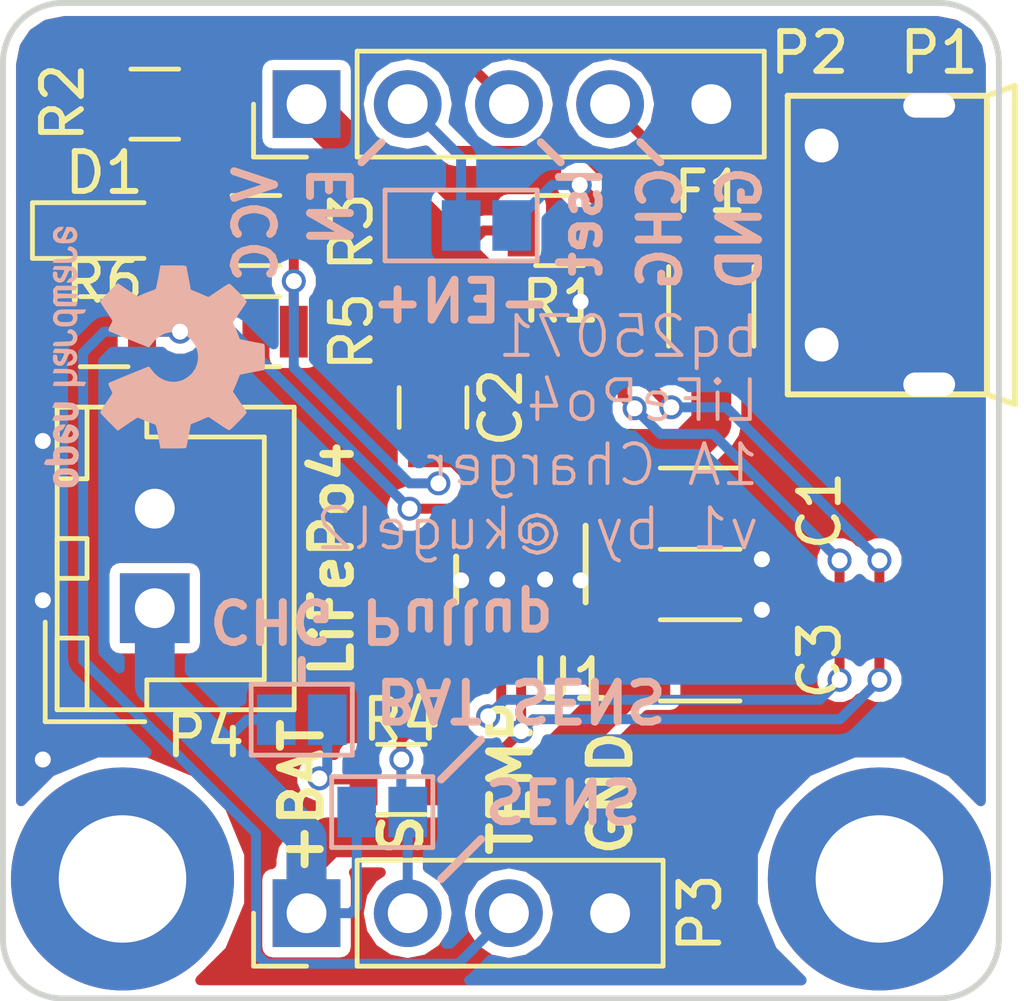
<source format=kicad_pcb>
(kicad_pcb (version 4) (host pcbnew 4.0.5)

  (general
    (links 47)
    (no_connects 1)
    (area 89.924999 109.924999 115.075001 135.075001)
    (thickness 1.6)
    (drawings 29)
    (tracks 202)
    (zones 0)
    (modules 22)
    (nets 17)
  )

  (page A4)
  (layers
    (0 F.Cu signal)
    (31 B.Cu signal)
    (32 B.Adhes user)
    (33 F.Adhes user)
    (34 B.Paste user)
    (35 F.Paste user)
    (36 B.SilkS user)
    (37 F.SilkS user)
    (38 B.Mask user)
    (39 F.Mask user)
    (40 Dwgs.User user)
    (41 Cmts.User user)
    (42 Eco1.User user)
    (43 Eco2.User user)
    (44 Edge.Cuts user)
    (45 Margin user)
    (46 B.CrtYd user)
    (47 F.CrtYd user)
    (48 B.Fab user)
    (49 F.Fab user hide)
  )

  (setup
    (last_trace_width 0.25)
    (user_trace_width 0.5)
    (user_trace_width 1)
    (user_trace_width 1.5)
    (trace_clearance 0.2)
    (zone_clearance 0.254)
    (zone_45_only no)
    (trace_min 0.2)
    (segment_width 0.2)
    (edge_width 0.15)
    (via_size 0.6)
    (via_drill 0.4)
    (via_min_size 0.4)
    (via_min_drill 0.3)
    (uvia_size 0.3)
    (uvia_drill 0.1)
    (uvias_allowed no)
    (uvia_min_size 0.2)
    (uvia_min_drill 0.1)
    (pcb_text_width 0.3)
    (pcb_text_size 1.5 1.5)
    (mod_edge_width 0.15)
    (mod_text_size 1 1)
    (mod_text_width 0.15)
    (pad_size 1.524 1.524)
    (pad_drill 0.762)
    (pad_to_mask_clearance 0.2)
    (aux_axis_origin 90 110)
    (grid_origin 90 110)
    (visible_elements FFFFFF7F)
    (pcbplotparams
      (layerselection 0x010f0_80000001)
      (usegerberextensions false)
      (excludeedgelayer false)
      (linewidth 0.100000)
      (plotframeref false)
      (viasonmask false)
      (mode 1)
      (useauxorigin false)
      (hpglpennumber 1)
      (hpglpenspeed 20)
      (hpglpendiameter 15)
      (hpglpenoverlay 2)
      (psnegative false)
      (psa4output false)
      (plotreference true)
      (plotvalue true)
      (plotinvisibletext false)
      (padsonsilk false)
      (subtractmaskfromsilk false)
      (outputformat 1)
      (mirror false)
      (drillshape 0)
      (scaleselection 1)
      (outputdirectory gerber/))
  )

  (net 0 "")
  (net 1 VCC)
  (net 2 GND)
  (net 3 /LDO)
  (net 4 +BATT)
  (net 5 "Net-(D1-Pad2)")
  (net 6 "Net-(F1-Pad1)")
  (net 7 "Net-(GS1-Pad1)")
  (net 8 /EN)
  (net 9 /BAT)
  (net 10 "Net-(GS3-Pad1)")
  (net 11 "Net-(P1-Pad2)")
  (net 12 "Net-(P1-Pad3)")
  (net 13 "Net-(P1-Pad4)")
  (net 14 /Iset)
  (net 15 /CHG)
  (net 16 /TS)

  (net_class Default "This is the default net class."
    (clearance 0.2)
    (trace_width 0.25)
    (via_dia 0.6)
    (via_drill 0.4)
    (uvia_dia 0.3)
    (uvia_drill 0.1)
    (add_net +BATT)
    (add_net /BAT)
    (add_net /CHG)
    (add_net /EN)
    (add_net /Iset)
    (add_net /LDO)
    (add_net /TS)
    (add_net GND)
    (add_net "Net-(D1-Pad2)")
    (add_net "Net-(F1-Pad1)")
    (add_net "Net-(GS1-Pad1)")
    (add_net "Net-(GS3-Pad1)")
    (add_net "Net-(P1-Pad2)")
    (add_net "Net-(P1-Pad3)")
    (add_net "Net-(P1-Pad4)")
    (add_net VCC)
  )

  (module Mounting_Holes:MountingHole_3.2mm_M3_DIN965_Pad (layer F.Cu) (tedit 58E9308B) (tstamp 58DD71B3)
    (at 112 132)
    (descr "Mounting Hole 3.2mm, M3, DIN965")
    (tags "mounting hole 3.2mm m3 din965")
    (fp_text reference REF** (at 0 5) (layer F.SilkS) hide
      (effects (font (size 1 1) (thickness 0.15)))
    )
    (fp_text value MountingHole_3.2mm_M3_DIN965_Pad (at 0 3.8) (layer F.Fab)
      (effects (font (size 1 1) (thickness 0.15)))
    )
    (fp_circle (center 0 0) (end 2.8 0) (layer Cmts.User) (width 0.15))
    (fp_circle (center 0 0) (end 3.05 0) (layer F.CrtYd) (width 0.05))
    (pad 1 thru_hole circle (at 0 0) (size 5.6 5.6) (drill 3.2) (layers *.Cu *.Mask))
  )

  (module Capacitors_SMD:C_1206 (layer F.Cu) (tedit 58AA84B8) (tstamp 58DD6F7C)
    (at 107.5 122.7)
    (descr "Capacitor SMD 1206, reflow soldering, AVX (see smccp.pdf)")
    (tags "capacitor 1206")
    (path /58DC3DCF)
    (attr smd)
    (fp_text reference C1 (at 3 0.05 90) (layer F.SilkS)
      (effects (font (size 1 1) (thickness 0.15)))
    )
    (fp_text value 1µF (at 0 -0.075) (layer F.Fab)
      (effects (font (size 1 1) (thickness 0.15)))
    )
    (fp_text user %R (at 0 -1.75) (layer F.Fab)
      (effects (font (size 1 1) (thickness 0.15)))
    )
    (fp_line (start -1.6 0.8) (end -1.6 -0.8) (layer F.Fab) (width 0.1))
    (fp_line (start 1.6 0.8) (end -1.6 0.8) (layer F.Fab) (width 0.1))
    (fp_line (start 1.6 -0.8) (end 1.6 0.8) (layer F.Fab) (width 0.1))
    (fp_line (start -1.6 -0.8) (end 1.6 -0.8) (layer F.Fab) (width 0.1))
    (fp_line (start 1 -1.02) (end -1 -1.02) (layer F.SilkS) (width 0.12))
    (fp_line (start -1 1.02) (end 1 1.02) (layer F.SilkS) (width 0.12))
    (fp_line (start -2.25 -1.05) (end 2.25 -1.05) (layer F.CrtYd) (width 0.05))
    (fp_line (start -2.25 -1.05) (end -2.25 1.05) (layer F.CrtYd) (width 0.05))
    (fp_line (start 2.25 1.05) (end 2.25 -1.05) (layer F.CrtYd) (width 0.05))
    (fp_line (start 2.25 1.05) (end -2.25 1.05) (layer F.CrtYd) (width 0.05))
    (pad 1 smd rect (at -1.5 0) (size 1 1.6) (layers F.Cu F.Paste F.Mask)
      (net 1 VCC))
    (pad 2 smd rect (at 1.5 0) (size 1 1.6) (layers F.Cu F.Paste F.Mask)
      (net 2 GND))
    (model Capacitors_SMD.3dshapes/C_1206.wrl
      (at (xyz 0 0 0))
      (scale (xyz 1 1 1))
      (rotate (xyz 0 0 0))
    )
  )

  (module Capacitors_SMD:C_0805 (layer F.Cu) (tedit 58AA8463) (tstamp 58DD6F82)
    (at 100.795 120.16 90)
    (descr "Capacitor SMD 0805, reflow soldering, AVX (see smccp.pdf)")
    (tags "capacitor 0805")
    (path /58DD3B34)
    (attr smd)
    (fp_text reference C2 (at 0 1.705 270) (layer F.SilkS)
      (effects (font (size 1 1) (thickness 0.15)))
    )
    (fp_text value 100nF (at 0 1.75 90) (layer F.Fab)
      (effects (font (size 1 1) (thickness 0.15)))
    )
    (fp_text user %R (at 0 -1.5 90) (layer F.Fab)
      (effects (font (size 1 1) (thickness 0.15)))
    )
    (fp_line (start -1 0.62) (end -1 -0.62) (layer F.Fab) (width 0.1))
    (fp_line (start 1 0.62) (end -1 0.62) (layer F.Fab) (width 0.1))
    (fp_line (start 1 -0.62) (end 1 0.62) (layer F.Fab) (width 0.1))
    (fp_line (start -1 -0.62) (end 1 -0.62) (layer F.Fab) (width 0.1))
    (fp_line (start 0.5 -0.85) (end -0.5 -0.85) (layer F.SilkS) (width 0.12))
    (fp_line (start -0.5 0.85) (end 0.5 0.85) (layer F.SilkS) (width 0.12))
    (fp_line (start -1.75 -0.88) (end 1.75 -0.88) (layer F.CrtYd) (width 0.05))
    (fp_line (start -1.75 -0.88) (end -1.75 0.87) (layer F.CrtYd) (width 0.05))
    (fp_line (start 1.75 0.87) (end 1.75 -0.88) (layer F.CrtYd) (width 0.05))
    (fp_line (start 1.75 0.87) (end -1.75 0.87) (layer F.CrtYd) (width 0.05))
    (pad 1 smd rect (at -1 0 90) (size 1 1.25) (layers F.Cu F.Paste F.Mask)
      (net 3 /LDO))
    (pad 2 smd rect (at 1 0 90) (size 1 1.25) (layers F.Cu F.Paste F.Mask)
      (net 2 GND))
    (model Capacitors_SMD.3dshapes/C_0805.wrl
      (at (xyz 0 0 0))
      (scale (xyz 1 1 1))
      (rotate (xyz 0 0 0))
    )
  )

  (module Capacitors_SMD:C_1206 (layer F.Cu) (tedit 58AA84B8) (tstamp 58DD6F88)
    (at 107.5 126.51)
    (descr "Capacitor SMD 1206, reflow soldering, AVX (see smccp.pdf)")
    (tags "capacitor 1206")
    (path /58DC3DF8)
    (attr smd)
    (fp_text reference C3 (at 3 -0.01 90) (layer F.SilkS)
      (effects (font (size 1 1) (thickness 0.15)))
    )
    (fp_text value 1µF (at 0 2) (layer F.Fab)
      (effects (font (size 1 1) (thickness 0.15)))
    )
    (fp_text user %R (at 0 -1.75) (layer F.Fab)
      (effects (font (size 1 1) (thickness 0.15)))
    )
    (fp_line (start -1.6 0.8) (end -1.6 -0.8) (layer F.Fab) (width 0.1))
    (fp_line (start 1.6 0.8) (end -1.6 0.8) (layer F.Fab) (width 0.1))
    (fp_line (start 1.6 -0.8) (end 1.6 0.8) (layer F.Fab) (width 0.1))
    (fp_line (start -1.6 -0.8) (end 1.6 -0.8) (layer F.Fab) (width 0.1))
    (fp_line (start 1 -1.02) (end -1 -1.02) (layer F.SilkS) (width 0.12))
    (fp_line (start -1 1.02) (end 1 1.02) (layer F.SilkS) (width 0.12))
    (fp_line (start -2.25 -1.05) (end 2.25 -1.05) (layer F.CrtYd) (width 0.05))
    (fp_line (start -2.25 -1.05) (end -2.25 1.05) (layer F.CrtYd) (width 0.05))
    (fp_line (start 2.25 1.05) (end 2.25 -1.05) (layer F.CrtYd) (width 0.05))
    (fp_line (start 2.25 1.05) (end -2.25 1.05) (layer F.CrtYd) (width 0.05))
    (pad 1 smd rect (at -1.5 0) (size 1 1.6) (layers F.Cu F.Paste F.Mask)
      (net 4 +BATT))
    (pad 2 smd rect (at 1.5 0) (size 1 1.6) (layers F.Cu F.Paste F.Mask)
      (net 2 GND))
    (model Capacitors_SMD.3dshapes/C_1206.wrl
      (at (xyz 0 0 0))
      (scale (xyz 1 1 1))
      (rotate (xyz 0 0 0))
    )
  )

  (module LEDs:LED_0805 (layer F.Cu) (tedit 57FE93EC) (tstamp 58DD6F8E)
    (at 92.54 115.715)
    (descr "LED 0805 smd package")
    (tags "LED led 0805 SMD smd SMT smt smdled SMDLED smtled SMTLED")
    (path /58DC4CC2)
    (attr smd)
    (fp_text reference D1 (at 0 -1.45) (layer F.SilkS)
      (effects (font (size 1 1) (thickness 0.15)))
    )
    (fp_text value PWR (at 0 1.55) (layer F.Fab)
      (effects (font (size 1 1) (thickness 0.15)))
    )
    (fp_line (start -1.8 -0.7) (end -1.8 0.7) (layer F.SilkS) (width 0.12))
    (fp_line (start -0.4 -0.4) (end -0.4 0.4) (layer F.Fab) (width 0.1))
    (fp_line (start -0.4 0) (end 0.2 -0.4) (layer F.Fab) (width 0.1))
    (fp_line (start 0.2 0.4) (end -0.4 0) (layer F.Fab) (width 0.1))
    (fp_line (start 0.2 -0.4) (end 0.2 0.4) (layer F.Fab) (width 0.1))
    (fp_line (start 1 0.6) (end -1 0.6) (layer F.Fab) (width 0.1))
    (fp_line (start 1 -0.6) (end 1 0.6) (layer F.Fab) (width 0.1))
    (fp_line (start -1 -0.6) (end 1 -0.6) (layer F.Fab) (width 0.1))
    (fp_line (start -1 0.6) (end -1 -0.6) (layer F.Fab) (width 0.1))
    (fp_line (start -1.8 0.7) (end 1 0.7) (layer F.SilkS) (width 0.12))
    (fp_line (start -1.8 -0.7) (end 1 -0.7) (layer F.SilkS) (width 0.12))
    (fp_line (start 1.95 -0.85) (end 1.95 0.85) (layer F.CrtYd) (width 0.05))
    (fp_line (start 1.95 0.85) (end -1.95 0.85) (layer F.CrtYd) (width 0.05))
    (fp_line (start -1.95 0.85) (end -1.95 -0.85) (layer F.CrtYd) (width 0.05))
    (fp_line (start -1.95 -0.85) (end 1.95 -0.85) (layer F.CrtYd) (width 0.05))
    (pad 2 smd rect (at 1.1 0 180) (size 1.2 1.2) (layers F.Cu F.Paste F.Mask)
      (net 5 "Net-(D1-Pad2)"))
    (pad 1 smd rect (at -1.1 0 180) (size 1.2 1.2) (layers F.Cu F.Paste F.Mask)
      (net 2 GND))
    (model LEDs.3dshapes/LED_0805.wrl
      (at (xyz 0 0 0))
      (scale (xyz 1 1 1))
      (rotate (xyz 0 0 180))
    )
  )

  (module Connect:GS2 (layer B.Cu) (tedit 58E93093) (tstamp 58DD6FA1)
    (at 99.52 130.32 90)
    (descr "2-pin solder bridge")
    (tags "solder bridge")
    (path /58DC4748)
    (attr smd)
    (fp_text reference GS2 (at 0.82 -14.02 180) (layer B.SilkS) hide
      (effects (font (size 1 1) (thickness 0.15)) (justify mirror))
    )
    (fp_text value GS2 (at -1.8 0 360) (layer B.Fab)
      (effects (font (size 1 1) (thickness 0.15)) (justify mirror))
    )
    (fp_line (start 1.1 1.45) (end 1.1 -1.5) (layer B.CrtYd) (width 0.05))
    (fp_line (start 1.1 -1.5) (end -1.1 -1.5) (layer B.CrtYd) (width 0.05))
    (fp_line (start -1.1 -1.5) (end -1.1 1.45) (layer B.CrtYd) (width 0.05))
    (fp_line (start -1.1 1.45) (end 1.1 1.45) (layer B.CrtYd) (width 0.05))
    (fp_line (start -0.89 1.27) (end -0.89 -1.27) (layer B.SilkS) (width 0.12))
    (fp_line (start 0.89 -1.27) (end 0.89 1.27) (layer B.SilkS) (width 0.12))
    (fp_line (start 0.89 -1.27) (end -0.89 -1.27) (layer B.SilkS) (width 0.12))
    (fp_line (start -0.89 1.27) (end 0.89 1.27) (layer B.SilkS) (width 0.12))
    (pad 1 smd rect (at 0 0.64 90) (size 1.27 0.97) (layers B.Cu B.Paste B.Mask)
      (net 9 /BAT))
    (pad 2 smd rect (at 0 -0.64 90) (size 1.27 0.97) (layers B.Cu B.Paste B.Mask)
      (net 4 +BATT))
  )

  (module Connect:GS2 (layer B.Cu) (tedit 58E93091) (tstamp 58DD6FA7)
    (at 97.5 128 90)
    (descr "2-pin solder bridge")
    (tags "solder bridge")
    (path /58DD2064)
    (attr smd)
    (fp_text reference GS3 (at 0 -12 180) (layer B.SilkS) hide
      (effects (font (size 1 1) (thickness 0.15)) (justify mirror))
    )
    (fp_text value GS2 (at -1.8 0 360) (layer B.Fab)
      (effects (font (size 1 1) (thickness 0.15)) (justify mirror))
    )
    (fp_line (start 1.1 1.45) (end 1.1 -1.5) (layer B.CrtYd) (width 0.05))
    (fp_line (start 1.1 -1.5) (end -1.1 -1.5) (layer B.CrtYd) (width 0.05))
    (fp_line (start -1.1 -1.5) (end -1.1 1.45) (layer B.CrtYd) (width 0.05))
    (fp_line (start -1.1 1.45) (end 1.1 1.45) (layer B.CrtYd) (width 0.05))
    (fp_line (start -0.89 1.27) (end -0.89 -1.27) (layer B.SilkS) (width 0.12))
    (fp_line (start 0.89 -1.27) (end 0.89 1.27) (layer B.SilkS) (width 0.12))
    (fp_line (start 0.89 -1.27) (end -0.89 -1.27) (layer B.SilkS) (width 0.12))
    (fp_line (start -0.89 1.27) (end 0.89 1.27) (layer B.SilkS) (width 0.12))
    (pad 1 smd rect (at 0 0.64 90) (size 1.27 0.97) (layers B.Cu B.Paste B.Mask)
      (net 10 "Net-(GS3-Pad1)"))
    (pad 2 smd rect (at 0 -0.64 90) (size 1.27 0.97) (layers B.Cu B.Paste B.Mask)
      (net 4 +BATT))
  )

  (module connectors:USB_MICRO_B_MOLEX (layer F.Cu) (tedit 581D0607) (tstamp 58DD6FBF)
    (at 115.4 116.08 90)
    (path /58DD564A)
    (fp_text reference P1 (at 4.83 -1.9 180) (layer F.SilkS)
      (effects (font (size 1 1) (thickness 0.15)))
    )
    (fp_text value USB_OTG (at 0 1 90) (layer F.Fab)
      (effects (font (size 1 1) (thickness 0.15)))
    )
    (fp_line (start -4 0) (end -3.75 -0.7) (layer F.SilkS) (width 0.15))
    (fp_line (start 4 0) (end 3.75 -0.7) (layer F.SilkS) (width 0.15))
    (fp_line (start -4 0) (end 4 0) (layer F.SilkS) (width 0.15))
    (fp_line (start -3.75 -5.7) (end -3.75 -0.7) (layer F.SilkS) (width 0.15))
    (fp_line (start 3.75 -5.7) (end -3.75 -5.7) (layer F.SilkS) (width 0.15))
    (fp_line (start 3.75 -0.7) (end 3.75 -5.7) (layer F.SilkS) (width 0.15))
    (fp_line (start -3.75 -0.7) (end 3.75 -0.7) (layer F.SilkS) (width 0.15))
    (pad 6 thru_hole circle (at 2.5 -4.85 90) (size 1.45 1.45) (drill 0.85) (layers *.Cu *.Mask)
      (net 2 GND))
    (pad 6 thru_hole circle (at -2.5 -4.85 90) (size 1.45 1.45) (drill 0.85) (layers *.Cu *.Mask)
      (net 2 GND))
    (pad 1 smd rect (at -1.3 -4.85 90) (size 0.4 1.35) (layers F.Cu F.Paste F.Mask)
      (net 6 "Net-(F1-Pad1)"))
    (pad 2 smd rect (at -0.65 -4.85 90) (size 0.4 1.35) (layers F.Cu F.Paste F.Mask)
      (net 11 "Net-(P1-Pad2)"))
    (pad 3 smd rect (at 0 -4.85 90) (size 0.4 1.35) (layers F.Cu F.Paste F.Mask)
      (net 12 "Net-(P1-Pad3)"))
    (pad 4 smd rect (at 0.65 -4.85 90) (size 0.4 1.35) (layers F.Cu F.Paste F.Mask)
      (net 13 "Net-(P1-Pad4)"))
    (pad 5 smd rect (at 1.3 -4.85 90) (size 0.4 1.35) (layers F.Cu F.Paste F.Mask)
      (net 2 GND))
    (pad "" smd rect (at -1 -2.15 90) (size 1.5 1.9) (layers F.Cu F.Paste F.Mask))
    (pad "" smd rect (at 1 -2.15 90) (size 1.5 1.9) (layers F.Cu F.Paste F.Mask))
    (pad 6 thru_hole oval (at 3.5 -2.15 90) (size 1.2 1.9) (drill oval 0.6 1.3) (layers *.Cu *.Mask)
      (net 2 GND))
    (pad 6 thru_hole oval (at -3.5 -2.15 90) (size 1.2 1.9) (drill oval 0.6 1.3) (layers *.Cu *.Mask)
      (net 2 GND))
    (pad 6 smd rect (at -3.05 -2.15 90) (size 1.5 1.9) (layers F.Cu F.Paste F.Mask)
      (net 2 GND))
    (pad 6 smd rect (at 3.05 -2.15 90) (size 1.5 1.9) (layers F.Cu F.Paste F.Mask)
      (net 2 GND))
    (model /Users/florian/Downloads/microusb.wrl
      (at (xyz 0 0.095 0.04))
      (scale (xyz 0.393701 0.393701 0.393701))
      (rotate (xyz -90 0 0))
    )
  )

  (module Pin_Headers:Pin_Header_Straight_1x05_Pitch2.54mm (layer F.Cu) (tedit 58CD4EC1) (tstamp 58DD6FC8)
    (at 97.62 112.54 90)
    (descr "Through hole straight pin header, 1x05, 2.54mm pitch, single row")
    (tags "Through hole pin header THT 1x05 2.54mm single row")
    (path /58DD5F8C)
    (fp_text reference P2 (at 1.29 12.63 180) (layer F.SilkS)
      (effects (font (size 1 1) (thickness 0.15)))
    )
    (fp_text value CONN_01X05 (at 0 12.49 90) (layer F.Fab)
      (effects (font (size 1 1) (thickness 0.15)))
    )
    (fp_line (start -1.27 -1.27) (end -1.27 11.43) (layer F.Fab) (width 0.1))
    (fp_line (start -1.27 11.43) (end 1.27 11.43) (layer F.Fab) (width 0.1))
    (fp_line (start 1.27 11.43) (end 1.27 -1.27) (layer F.Fab) (width 0.1))
    (fp_line (start 1.27 -1.27) (end -1.27 -1.27) (layer F.Fab) (width 0.1))
    (fp_line (start -1.33 1.27) (end -1.33 11.49) (layer F.SilkS) (width 0.12))
    (fp_line (start -1.33 11.49) (end 1.33 11.49) (layer F.SilkS) (width 0.12))
    (fp_line (start 1.33 11.49) (end 1.33 1.27) (layer F.SilkS) (width 0.12))
    (fp_line (start 1.33 1.27) (end -1.33 1.27) (layer F.SilkS) (width 0.12))
    (fp_line (start -1.33 0) (end -1.33 -1.33) (layer F.SilkS) (width 0.12))
    (fp_line (start -1.33 -1.33) (end 0 -1.33) (layer F.SilkS) (width 0.12))
    (fp_line (start -1.8 -1.8) (end -1.8 11.95) (layer F.CrtYd) (width 0.05))
    (fp_line (start -1.8 11.95) (end 1.8 11.95) (layer F.CrtYd) (width 0.05))
    (fp_line (start 1.8 11.95) (end 1.8 -1.8) (layer F.CrtYd) (width 0.05))
    (fp_line (start 1.8 -1.8) (end -1.8 -1.8) (layer F.CrtYd) (width 0.05))
    (fp_text user %R (at 0 -2.33 90) (layer F.Fab)
      (effects (font (size 1 1) (thickness 0.15)))
    )
    (pad 1 thru_hole rect (at 0 0 90) (size 1.7 1.7) (drill 1) (layers *.Cu *.Mask)
      (net 1 VCC))
    (pad 2 thru_hole oval (at 0 2.54 90) (size 1.7 1.7) (drill 1) (layers *.Cu *.Mask)
      (net 8 /EN))
    (pad 3 thru_hole oval (at 0 5.08 90) (size 1.7 1.7) (drill 1) (layers *.Cu *.Mask)
      (net 14 /Iset))
    (pad 4 thru_hole oval (at 0 7.62 90) (size 1.7 1.7) (drill 1) (layers *.Cu *.Mask)
      (net 15 /CHG))
    (pad 5 thru_hole oval (at 0 10.16 90) (size 1.7 1.7) (drill 1) (layers *.Cu *.Mask)
      (net 2 GND))
    (model ${KISYS3DMOD}/Pin_Headers.3dshapes/Pin_Header_Straight_1x05_Pitch2.54mm.wrl
      (at (xyz 0 -0.2 0))
      (scale (xyz 1 1 1))
      (rotate (xyz 0 0 90))
    )
  )

  (module Pin_Headers:Pin_Header_Straight_1x04_Pitch2.54mm (layer F.Cu) (tedit 58CD4EC1) (tstamp 58DD6FD0)
    (at 97.62 132.86 90)
    (descr "Through hole straight pin header, 1x04, 2.54mm pitch, single row")
    (tags "Through hole pin header THT 1x04 2.54mm single row")
    (path /58DD4DBC)
    (fp_text reference P3 (at 0 9.88 90) (layer F.SilkS)
      (effects (font (size 1 1) (thickness 0.15)))
    )
    (fp_text value CONN_01X04 (at 0 9.95 90) (layer F.Fab)
      (effects (font (size 1 1) (thickness 0.15)))
    )
    (fp_line (start -1.27 -1.27) (end -1.27 8.89) (layer F.Fab) (width 0.1))
    (fp_line (start -1.27 8.89) (end 1.27 8.89) (layer F.Fab) (width 0.1))
    (fp_line (start 1.27 8.89) (end 1.27 -1.27) (layer F.Fab) (width 0.1))
    (fp_line (start 1.27 -1.27) (end -1.27 -1.27) (layer F.Fab) (width 0.1))
    (fp_line (start -1.33 1.27) (end -1.33 8.95) (layer F.SilkS) (width 0.12))
    (fp_line (start -1.33 8.95) (end 1.33 8.95) (layer F.SilkS) (width 0.12))
    (fp_line (start 1.33 8.95) (end 1.33 1.27) (layer F.SilkS) (width 0.12))
    (fp_line (start 1.33 1.27) (end -1.33 1.27) (layer F.SilkS) (width 0.12))
    (fp_line (start -1.33 0) (end -1.33 -1.33) (layer F.SilkS) (width 0.12))
    (fp_line (start -1.33 -1.33) (end 0 -1.33) (layer F.SilkS) (width 0.12))
    (fp_line (start -1.8 -1.8) (end -1.8 9.4) (layer F.CrtYd) (width 0.05))
    (fp_line (start -1.8 9.4) (end 1.8 9.4) (layer F.CrtYd) (width 0.05))
    (fp_line (start 1.8 9.4) (end 1.8 -1.8) (layer F.CrtYd) (width 0.05))
    (fp_line (start 1.8 -1.8) (end -1.8 -1.8) (layer F.CrtYd) (width 0.05))
    (fp_text user %R (at 0 -2.33 90) (layer F.Fab)
      (effects (font (size 1 1) (thickness 0.15)))
    )
    (pad 1 thru_hole rect (at 0 0 90) (size 1.7 1.7) (drill 1) (layers *.Cu *.Mask)
      (net 4 +BATT))
    (pad 2 thru_hole oval (at 0 2.54 90) (size 1.7 1.7) (drill 1) (layers *.Cu *.Mask)
      (net 9 /BAT))
    (pad 3 thru_hole oval (at 0 5.08 90) (size 1.7 1.7) (drill 1) (layers *.Cu *.Mask)
      (net 16 /TS))
    (pad 4 thru_hole oval (at 0 7.62 90) (size 1.7 1.7) (drill 1) (layers *.Cu *.Mask)
      (net 2 GND))
    (model ${KISYS3DMOD}/Pin_Headers.3dshapes/Pin_Header_Straight_1x04_Pitch2.54mm.wrl
      (at (xyz 0 -0.15 0))
      (scale (xyz 1 1 1))
      (rotate (xyz 0 0 90))
    )
  )

  (module Resistors_SMD:R_0805 (layer F.Cu) (tedit 58AADA8F) (tstamp 58DD6FDE)
    (at 103.97 115.715 180)
    (descr "Resistor SMD 0805, reflow soldering, Vishay (see dcrcw.pdf)")
    (tags "resistor 0805")
    (path /58DC419D)
    (attr smd)
    (fp_text reference R1 (at -0.03 -1.785 180) (layer F.SilkS)
      (effects (font (size 1 1) (thickness 0.15)))
    )
    (fp_text value 100kΩ (at 0 1.75 180) (layer F.Fab)
      (effects (font (size 1 1) (thickness 0.15)))
    )
    (fp_text user %R (at 0 -1.65 180) (layer F.Fab)
      (effects (font (size 1 1) (thickness 0.15)))
    )
    (fp_line (start -1 0.62) (end -1 -0.62) (layer F.Fab) (width 0.1))
    (fp_line (start 1 0.62) (end -1 0.62) (layer F.Fab) (width 0.1))
    (fp_line (start 1 -0.62) (end 1 0.62) (layer F.Fab) (width 0.1))
    (fp_line (start -1 -0.62) (end 1 -0.62) (layer F.Fab) (width 0.1))
    (fp_line (start 0.6 0.88) (end -0.6 0.88) (layer F.SilkS) (width 0.12))
    (fp_line (start -0.6 -0.88) (end 0.6 -0.88) (layer F.SilkS) (width 0.12))
    (fp_line (start -1.55 -0.9) (end 1.55 -0.9) (layer F.CrtYd) (width 0.05))
    (fp_line (start -1.55 -0.9) (end -1.55 0.9) (layer F.CrtYd) (width 0.05))
    (fp_line (start 1.55 0.9) (end 1.55 -0.9) (layer F.CrtYd) (width 0.05))
    (fp_line (start 1.55 0.9) (end -1.55 0.9) (layer F.CrtYd) (width 0.05))
    (pad 1 smd rect (at -0.95 0 180) (size 0.7 1.3) (layers F.Cu F.Paste F.Mask)
      (net 7 "Net-(GS1-Pad1)"))
    (pad 2 smd rect (at 0.95 0 180) (size 0.7 1.3) (layers F.Cu F.Paste F.Mask)
      (net 1 VCC))
    (model Resistors_SMD.3dshapes/R_0805.wrl
      (at (xyz 0 0 0))
      (scale (xyz 1 1 1))
      (rotate (xyz 0 0 0))
    )
  )

  (module Resistors_SMD:R_0805 (layer F.Cu) (tedit 58AADA8F) (tstamp 58DD6FE4)
    (at 93.81 112.54 180)
    (descr "Resistor SMD 0805, reflow soldering, Vishay (see dcrcw.pdf)")
    (tags "resistor 0805")
    (path /58DC3FBD)
    (attr smd)
    (fp_text reference R2 (at 2.31 0.04 450) (layer F.SilkS)
      (effects (font (size 1 1) (thickness 0.15)))
    )
    (fp_text value 1,2kΩ (at 0 1.75 180) (layer F.Fab)
      (effects (font (size 1 1) (thickness 0.15)))
    )
    (fp_text user %R (at 0 -1.65 180) (layer F.Fab)
      (effects (font (size 1 1) (thickness 0.15)))
    )
    (fp_line (start -1 0.62) (end -1 -0.62) (layer F.Fab) (width 0.1))
    (fp_line (start 1 0.62) (end -1 0.62) (layer F.Fab) (width 0.1))
    (fp_line (start 1 -0.62) (end 1 0.62) (layer F.Fab) (width 0.1))
    (fp_line (start -1 -0.62) (end 1 -0.62) (layer F.Fab) (width 0.1))
    (fp_line (start 0.6 0.88) (end -0.6 0.88) (layer F.SilkS) (width 0.12))
    (fp_line (start -0.6 -0.88) (end 0.6 -0.88) (layer F.SilkS) (width 0.12))
    (fp_line (start -1.55 -0.9) (end 1.55 -0.9) (layer F.CrtYd) (width 0.05))
    (fp_line (start -1.55 -0.9) (end -1.55 0.9) (layer F.CrtYd) (width 0.05))
    (fp_line (start 1.55 0.9) (end 1.55 -0.9) (layer F.CrtYd) (width 0.05))
    (fp_line (start 1.55 0.9) (end -1.55 0.9) (layer F.CrtYd) (width 0.05))
    (pad 1 smd rect (at -0.95 0 180) (size 0.7 1.3) (layers F.Cu F.Paste F.Mask)
      (net 14 /Iset))
    (pad 2 smd rect (at 0.95 0 180) (size 0.7 1.3) (layers F.Cu F.Paste F.Mask)
      (net 2 GND))
    (model Resistors_SMD.3dshapes/R_0805.wrl
      (at (xyz 0 0 0))
      (scale (xyz 1 1 1))
      (rotate (xyz 0 0 0))
    )
  )

  (module Resistors_SMD:R_0805 (layer F.Cu) (tedit 58AADA8F) (tstamp 58DD6FEA)
    (at 96.35 115.715 180)
    (descr "Resistor SMD 0805, reflow soldering, Vishay (see dcrcw.pdf)")
    (tags "resistor 0805")
    (path /58DC4C77)
    (attr smd)
    (fp_text reference R3 (at -2.4 -0.035 270) (layer F.SilkS)
      (effects (font (size 1 1) (thickness 0.15)))
    )
    (fp_text value 580Ω (at 0 1.75 180) (layer F.Fab)
      (effects (font (size 1 1) (thickness 0.15)))
    )
    (fp_text user %R (at 0 -1.65 180) (layer F.Fab)
      (effects (font (size 1 1) (thickness 0.15)))
    )
    (fp_line (start -1 0.62) (end -1 -0.62) (layer F.Fab) (width 0.1))
    (fp_line (start 1 0.62) (end -1 0.62) (layer F.Fab) (width 0.1))
    (fp_line (start 1 -0.62) (end 1 0.62) (layer F.Fab) (width 0.1))
    (fp_line (start -1 -0.62) (end 1 -0.62) (layer F.Fab) (width 0.1))
    (fp_line (start 0.6 0.88) (end -0.6 0.88) (layer F.SilkS) (width 0.12))
    (fp_line (start -0.6 -0.88) (end 0.6 -0.88) (layer F.SilkS) (width 0.12))
    (fp_line (start -1.55 -0.9) (end 1.55 -0.9) (layer F.CrtYd) (width 0.05))
    (fp_line (start -1.55 -0.9) (end -1.55 0.9) (layer F.CrtYd) (width 0.05))
    (fp_line (start 1.55 0.9) (end 1.55 -0.9) (layer F.CrtYd) (width 0.05))
    (fp_line (start 1.55 0.9) (end -1.55 0.9) (layer F.CrtYd) (width 0.05))
    (pad 1 smd rect (at -0.95 0 180) (size 0.7 1.3) (layers F.Cu F.Paste F.Mask)
      (net 3 /LDO))
    (pad 2 smd rect (at 0.95 0 180) (size 0.7 1.3) (layers F.Cu F.Paste F.Mask)
      (net 5 "Net-(D1-Pad2)"))
    (model Resistors_SMD.3dshapes/R_0805.wrl
      (at (xyz 0 0 0))
      (scale (xyz 1 1 1))
      (rotate (xyz 0 0 0))
    )
  )

  (module Resistors_SMD:R_0805 (layer F.Cu) (tedit 58AADA8F) (tstamp 58DD6FF0)
    (at 100 129.5)
    (descr "Resistor SMD 0805, reflow soldering, Vishay (see dcrcw.pdf)")
    (tags "resistor 0805")
    (path /58DC453D)
    (attr smd)
    (fp_text reference R4 (at 0 -1.5) (layer F.SilkS)
      (effects (font (size 1 1) (thickness 0.15)))
    )
    (fp_text value 100kΩ (at 0 1.75) (layer F.Fab)
      (effects (font (size 1 1) (thickness 0.15)))
    )
    (fp_text user %R (at 0 -1.65) (layer F.Fab)
      (effects (font (size 1 1) (thickness 0.15)))
    )
    (fp_line (start -1 0.62) (end -1 -0.62) (layer F.Fab) (width 0.1))
    (fp_line (start 1 0.62) (end -1 0.62) (layer F.Fab) (width 0.1))
    (fp_line (start 1 -0.62) (end 1 0.62) (layer F.Fab) (width 0.1))
    (fp_line (start -1 -0.62) (end 1 -0.62) (layer F.Fab) (width 0.1))
    (fp_line (start 0.6 0.88) (end -0.6 0.88) (layer F.SilkS) (width 0.12))
    (fp_line (start -0.6 -0.88) (end 0.6 -0.88) (layer F.SilkS) (width 0.12))
    (fp_line (start -1.55 -0.9) (end 1.55 -0.9) (layer F.CrtYd) (width 0.05))
    (fp_line (start -1.55 -0.9) (end -1.55 0.9) (layer F.CrtYd) (width 0.05))
    (fp_line (start 1.55 0.9) (end 1.55 -0.9) (layer F.CrtYd) (width 0.05))
    (fp_line (start 1.55 0.9) (end -1.55 0.9) (layer F.CrtYd) (width 0.05))
    (pad 1 smd rect (at -0.95 0) (size 0.7 1.3) (layers F.Cu F.Paste F.Mask)
      (net 10 "Net-(GS3-Pad1)"))
    (pad 2 smd rect (at 0.95 0) (size 0.7 1.3) (layers F.Cu F.Paste F.Mask)
      (net 15 /CHG))
    (model Resistors_SMD.3dshapes/R_0805.wrl
      (at (xyz 0 0 0))
      (scale (xyz 1 1 1))
      (rotate (xyz 0 0 0))
    )
  )

  (module Resistors_SMD:R_0805 (layer F.Cu) (tedit 58AADA8F) (tstamp 58DD6FF6)
    (at 96.35 118.255 180)
    (descr "Resistor SMD 0805, reflow soldering, Vishay (see dcrcw.pdf)")
    (tags "resistor 0805")
    (path /58DC49CE)
    (attr smd)
    (fp_text reference R5 (at -2.4 0.005 270) (layer F.SilkS)
      (effects (font (size 1 1) (thickness 0.15)))
    )
    (fp_text value 490k (at 0 1.75 180) (layer F.Fab)
      (effects (font (size 1 1) (thickness 0.15)))
    )
    (fp_text user %R (at 0 -1.65 180) (layer F.Fab)
      (effects (font (size 1 1) (thickness 0.15)))
    )
    (fp_line (start -1 0.62) (end -1 -0.62) (layer F.Fab) (width 0.1))
    (fp_line (start 1 0.62) (end -1 0.62) (layer F.Fab) (width 0.1))
    (fp_line (start 1 -0.62) (end 1 0.62) (layer F.Fab) (width 0.1))
    (fp_line (start -1 -0.62) (end 1 -0.62) (layer F.Fab) (width 0.1))
    (fp_line (start 0.6 0.88) (end -0.6 0.88) (layer F.SilkS) (width 0.12))
    (fp_line (start -0.6 -0.88) (end 0.6 -0.88) (layer F.SilkS) (width 0.12))
    (fp_line (start -1.55 -0.9) (end 1.55 -0.9) (layer F.CrtYd) (width 0.05))
    (fp_line (start -1.55 -0.9) (end -1.55 0.9) (layer F.CrtYd) (width 0.05))
    (fp_line (start 1.55 0.9) (end 1.55 -0.9) (layer F.CrtYd) (width 0.05))
    (fp_line (start 1.55 0.9) (end -1.55 0.9) (layer F.CrtYd) (width 0.05))
    (pad 1 smd rect (at -0.95 0 180) (size 0.7 1.3) (layers F.Cu F.Paste F.Mask)
      (net 3 /LDO))
    (pad 2 smd rect (at 0.95 0 180) (size 0.7 1.3) (layers F.Cu F.Paste F.Mask)
      (net 16 /TS))
    (model Resistors_SMD.3dshapes/R_0805.wrl
      (at (xyz 0 0 0))
      (scale (xyz 1 1 1))
      (rotate (xyz 0 0 0))
    )
  )

  (module Resistors_SMD:R_0805 (layer F.Cu) (tedit 58AADA8F) (tstamp 58DD6FFC)
    (at 92.54 118.255 180)
    (descr "Resistor SMD 0805, reflow soldering, Vishay (see dcrcw.pdf)")
    (tags "resistor 0805")
    (path /58DC4A58)
    (attr smd)
    (fp_text reference R6 (at 0 1.255 180) (layer F.SilkS)
      (effects (font (size 1 1) (thickness 0.15)))
    )
    (fp_text value 100k (at 0 1.75 180) (layer F.Fab)
      (effects (font (size 1 1) (thickness 0.15)))
    )
    (fp_text user %R (at 0 -1.65 180) (layer F.Fab)
      (effects (font (size 1 1) (thickness 0.15)))
    )
    (fp_line (start -1 0.62) (end -1 -0.62) (layer F.Fab) (width 0.1))
    (fp_line (start 1 0.62) (end -1 0.62) (layer F.Fab) (width 0.1))
    (fp_line (start 1 -0.62) (end 1 0.62) (layer F.Fab) (width 0.1))
    (fp_line (start -1 -0.62) (end 1 -0.62) (layer F.Fab) (width 0.1))
    (fp_line (start 0.6 0.88) (end -0.6 0.88) (layer F.SilkS) (width 0.12))
    (fp_line (start -0.6 -0.88) (end 0.6 -0.88) (layer F.SilkS) (width 0.12))
    (fp_line (start -1.55 -0.9) (end 1.55 -0.9) (layer F.CrtYd) (width 0.05))
    (fp_line (start -1.55 -0.9) (end -1.55 0.9) (layer F.CrtYd) (width 0.05))
    (fp_line (start 1.55 0.9) (end 1.55 -0.9) (layer F.CrtYd) (width 0.05))
    (fp_line (start 1.55 0.9) (end -1.55 0.9) (layer F.CrtYd) (width 0.05))
    (pad 1 smd rect (at -0.95 0 180) (size 0.7 1.3) (layers F.Cu F.Paste F.Mask)
      (net 16 /TS))
    (pad 2 smd rect (at 0.95 0 180) (size 0.7 1.3) (layers F.Cu F.Paste F.Mask)
      (net 2 GND))
    (model Resistors_SMD.3dshapes/R_0805.wrl
      (at (xyz 0 0 0))
      (scale (xyz 1 1 1))
      (rotate (xyz 0 0 0))
    )
  )

  (module Housings_DFN_QFN:DFN-10-1EP_2x3mm_Pitch0.5mm (layer F.Cu) (tedit 54130A77) (tstamp 58DD700C)
    (at 103 124.478 270)
    (descr "DDB Package; 10-Lead Plastic DFN (3mm x 2mm) (see Linear Technology DFN_10_05-08-1722.pdf)")
    (tags "DFN 0.5")
    (path /58DC3D5F)
    (attr smd)
    (fp_text reference U1 (at 2.522 -1.25 360) (layer F.SilkS)
      (effects (font (size 1 1) (thickness 0.15)))
    )
    (fp_text value bq25071 (at 0 2.55 270) (layer F.Fab)
      (effects (font (size 1 1) (thickness 0.15)))
    )
    (fp_line (start 0 -1.5) (end 1 -1.5) (layer F.Fab) (width 0.15))
    (fp_line (start 1 -1.5) (end 1 1.5) (layer F.Fab) (width 0.15))
    (fp_line (start 1 1.5) (end -1 1.5) (layer F.Fab) (width 0.15))
    (fp_line (start -1 1.5) (end -1 -0.5) (layer F.Fab) (width 0.15))
    (fp_line (start -1 -0.5) (end 0 -1.5) (layer F.Fab) (width 0.15))
    (fp_line (start -1.55 -1.8) (end -1.55 1.8) (layer F.CrtYd) (width 0.05))
    (fp_line (start 1.55 -1.8) (end 1.55 1.8) (layer F.CrtYd) (width 0.05))
    (fp_line (start -1.55 -1.8) (end 1.55 -1.8) (layer F.CrtYd) (width 0.05))
    (fp_line (start -1.55 1.8) (end 1.55 1.8) (layer F.CrtYd) (width 0.05))
    (fp_line (start -0.575 1.625) (end 0.575 1.625) (layer F.SilkS) (width 0.15))
    (fp_line (start -1.35 -1.625) (end 0.575 -1.625) (layer F.SilkS) (width 0.15))
    (pad 1 smd rect (at -0.925 -1 270) (size 0.7 0.25) (layers F.Cu F.Paste F.Mask)
      (net 1 VCC))
    (pad 2 smd rect (at -0.925 -0.5 270) (size 0.7 0.25) (layers F.Cu F.Paste F.Mask)
      (net 14 /Iset))
    (pad 3 smd rect (at -0.925 0 270) (size 0.7 0.25) (layers F.Cu F.Paste F.Mask)
      (net 2 GND))
    (pad 4 smd rect (at -0.925 0.5 270) (size 0.7 0.25) (layers F.Cu F.Paste F.Mask)
      (net 3 /LDO))
    (pad 5 smd rect (at -0.925 1 270) (size 0.7 0.25) (layers F.Cu F.Paste F.Mask)
      (net 16 /TS))
    (pad 6 smd rect (at 0.925 1 270) (size 0.7 0.25) (layers F.Cu F.Paste F.Mask)
      (net 9 /BAT))
    (pad 7 smd rect (at 0.925 0.5 270) (size 0.7 0.25) (layers F.Cu F.Paste F.Mask)
      (net 8 /EN))
    (pad 8 smd rect (at 0.925 0 270) (size 0.7 0.25) (layers F.Cu F.Paste F.Mask)
      (net 15 /CHG))
    (pad 9 smd rect (at 0.925 -0.5 270) (size 0.7 0.25) (layers F.Cu F.Paste F.Mask)
      (net 2 GND))
    (pad 10 smd rect (at 0.925 -1 270) (size 0.7 0.25) (layers F.Cu F.Paste F.Mask)
      (net 4 +BATT))
    (pad 11 smd rect (at 0 0.6 270) (size 0.64 1.2) (layers F.Cu F.Paste F.Mask)
      (net 2 GND) (solder_paste_margin_ratio -0.2))
    (pad 11 smd rect (at 0 -0.6 270) (size 0.64 1.2) (layers F.Cu F.Paste F.Mask)
      (net 2 GND) (solder_paste_margin_ratio -0.2))
    (model Housings_DFN_QFN.3dshapes/DFN-10-1EP_2x3mm_Pitch0.5mm.wrl
      (at (xyz 0 0 0))
      (scale (xyz 1 1 1))
      (rotate (xyz 0 0 0))
    )
  )

  (module Mounting_Holes:MountingHole_3.2mm_M3_DIN965_Pad (layer F.Cu) (tedit 58E9308E) (tstamp 58DD71B0)
    (at 93 132)
    (descr "Mounting Hole 3.2mm, M3, DIN965")
    (tags "mounting hole 3.2mm m3 din965")
    (fp_text reference REF** (at 0 5) (layer F.SilkS) hide
      (effects (font (size 1 1) (thickness 0.15)))
    )
    (fp_text value MountingHole_3.2mm_M3_DIN965_Pad (at 0 3.8) (layer F.Fab)
      (effects (font (size 1 1) (thickness 0.15)))
    )
    (fp_circle (center 0 0) (end 2.8 0) (layer Cmts.User) (width 0.15))
    (fp_circle (center 0 0) (end 3.05 0) (layer F.CrtYd) (width 0.05))
    (pad 1 thru_hole circle (at 0 0) (size 5.6 5.6) (drill 3.2) (layers *.Cu *.Mask))
  )

  (module Resistors_SMD:R_1206 (layer F.Cu) (tedit 58AADA9E) (tstamp 58DFA2C8)
    (at 107.78 117.62 270)
    (descr "Resistor SMD 1206, reflow soldering, Vishay (see dcrcw.pdf)")
    (tags "resistor 1206")
    (path /58DD61E9)
    (attr smd)
    (fp_text reference F1 (at -2.87 0.03 360) (layer F.SilkS)
      (effects (font (size 1 1) (thickness 0.15)))
    )
    (fp_text value 500mA (at 0 1.95 270) (layer F.Fab)
      (effects (font (size 1 1) (thickness 0.15)))
    )
    (fp_text user %R (at 0 -1.85 270) (layer F.Fab)
      (effects (font (size 1 1) (thickness 0.15)))
    )
    (fp_line (start -1.6 0.8) (end -1.6 -0.8) (layer F.Fab) (width 0.1))
    (fp_line (start 1.6 0.8) (end -1.6 0.8) (layer F.Fab) (width 0.1))
    (fp_line (start 1.6 -0.8) (end 1.6 0.8) (layer F.Fab) (width 0.1))
    (fp_line (start -1.6 -0.8) (end 1.6 -0.8) (layer F.Fab) (width 0.1))
    (fp_line (start 1 1.07) (end -1 1.07) (layer F.SilkS) (width 0.12))
    (fp_line (start -1 -1.07) (end 1 -1.07) (layer F.SilkS) (width 0.12))
    (fp_line (start -2.15 -1.11) (end 2.15 -1.11) (layer F.CrtYd) (width 0.05))
    (fp_line (start -2.15 -1.11) (end -2.15 1.1) (layer F.CrtYd) (width 0.05))
    (fp_line (start 2.15 1.1) (end 2.15 -1.11) (layer F.CrtYd) (width 0.05))
    (fp_line (start 2.15 1.1) (end -2.15 1.1) (layer F.CrtYd) (width 0.05))
    (pad 1 smd rect (at -1.45 0 270) (size 0.9 1.7) (layers F.Cu F.Paste F.Mask)
      (net 6 "Net-(F1-Pad1)"))
    (pad 2 smd rect (at 1.45 0 270) (size 0.9 1.7) (layers F.Cu F.Paste F.Mask)
      (net 1 VCC))
    (model Resistors_SMD.3dshapes/R_1206.wrl
      (at (xyz 0 0 0))
      (scale (xyz 1 1 1))
      (rotate (xyz 0 0 0))
    )
  )

  (module Symbols:OSHW-Logo2_7.3x6mm_SilkScreen (layer B.Cu) (tedit 0) (tstamp 58E92617)
    (at 93.81 118.89 90)
    (descr "Open Source Hardware Symbol")
    (tags "Logo Symbol OSHW")
    (attr virtual)
    (fp_text reference REF*** (at 0 0 90) (layer B.SilkS) hide
      (effects (font (size 1 1) (thickness 0.15)) (justify mirror))
    )
    (fp_text value OSHW-Logo2_7.3x6mm_SilkScreen (at 0.75 0 90) (layer B.Fab) hide
      (effects (font (size 1 1) (thickness 0.15)) (justify mirror))
    )
    (fp_poly (pts (xy -2.400256 -1.919918) (xy -2.344799 -1.947568) (xy -2.295852 -1.99848) (xy -2.282371 -2.017338)
      (xy -2.267686 -2.042015) (xy -2.258158 -2.068816) (xy -2.252707 -2.104587) (xy -2.250253 -2.156169)
      (xy -2.249714 -2.224267) (xy -2.252148 -2.317588) (xy -2.260606 -2.387657) (xy -2.276826 -2.439931)
      (xy -2.302546 -2.479869) (xy -2.339503 -2.512929) (xy -2.342218 -2.514886) (xy -2.37864 -2.534908)
      (xy -2.422498 -2.544815) (xy -2.478276 -2.547257) (xy -2.568952 -2.547257) (xy -2.56899 -2.635283)
      (xy -2.569834 -2.684308) (xy -2.574976 -2.713065) (xy -2.588413 -2.730311) (xy -2.614142 -2.744808)
      (xy -2.620321 -2.747769) (xy -2.649236 -2.761648) (xy -2.671624 -2.770414) (xy -2.688271 -2.771171)
      (xy -2.699964 -2.761023) (xy -2.70749 -2.737073) (xy -2.711634 -2.696426) (xy -2.713185 -2.636186)
      (xy -2.712929 -2.553455) (xy -2.711651 -2.445339) (xy -2.711252 -2.413) (xy -2.709815 -2.301524)
      (xy -2.708528 -2.228603) (xy -2.569029 -2.228603) (xy -2.568245 -2.290499) (xy -2.56476 -2.330997)
      (xy -2.556876 -2.357708) (xy -2.542895 -2.378244) (xy -2.533403 -2.38826) (xy -2.494596 -2.417567)
      (xy -2.460237 -2.419952) (xy -2.424784 -2.39575) (xy -2.423886 -2.394857) (xy -2.409461 -2.376153)
      (xy -2.400687 -2.350732) (xy -2.396261 -2.311584) (xy -2.394882 -2.251697) (xy -2.394857 -2.23843)
      (xy -2.398188 -2.155901) (xy -2.409031 -2.098691) (xy -2.42866 -2.063766) (xy -2.45835 -2.048094)
      (xy -2.475509 -2.046514) (xy -2.516234 -2.053926) (xy -2.544168 -2.07833) (xy -2.560983 -2.12298)
      (xy -2.56835 -2.19113) (xy -2.569029 -2.228603) (xy -2.708528 -2.228603) (xy -2.708292 -2.215245)
      (xy -2.706323 -2.150333) (xy -2.70355 -2.102958) (xy -2.699612 -2.06929) (xy -2.694151 -2.045498)
      (xy -2.686808 -2.027753) (xy -2.677223 -2.012224) (xy -2.673113 -2.006381) (xy -2.618595 -1.951185)
      (xy -2.549664 -1.91989) (xy -2.469928 -1.911165) (xy -2.400256 -1.919918)) (layer B.SilkS) (width 0.01))
    (fp_poly (pts (xy -1.283907 -1.92778) (xy -1.237328 -1.954723) (xy -1.204943 -1.981466) (xy -1.181258 -2.009484)
      (xy -1.164941 -2.043748) (xy -1.154661 -2.089227) (xy -1.149086 -2.150892) (xy -1.146884 -2.233711)
      (xy -1.146629 -2.293246) (xy -1.146629 -2.512391) (xy -1.208314 -2.540044) (xy -1.27 -2.567697)
      (xy -1.277257 -2.32767) (xy -1.280256 -2.238028) (xy -1.283402 -2.172962) (xy -1.287299 -2.128026)
      (xy -1.292553 -2.09877) (xy -1.299769 -2.080748) (xy -1.30955 -2.069511) (xy -1.312688 -2.067079)
      (xy -1.360239 -2.048083) (xy -1.408303 -2.0556) (xy -1.436914 -2.075543) (xy -1.448553 -2.089675)
      (xy -1.456609 -2.10822) (xy -1.461729 -2.136334) (xy -1.464559 -2.179173) (xy -1.465744 -2.241895)
      (xy -1.465943 -2.307261) (xy -1.465982 -2.389268) (xy -1.467386 -2.447316) (xy -1.472086 -2.486465)
      (xy -1.482013 -2.51178) (xy -1.499097 -2.528323) (xy -1.525268 -2.541156) (xy -1.560225 -2.554491)
      (xy -1.598404 -2.569007) (xy -1.593859 -2.311389) (xy -1.592029 -2.218519) (xy -1.589888 -2.149889)
      (xy -1.586819 -2.100711) (xy -1.582206 -2.066198) (xy -1.575432 -2.041562) (xy -1.565881 -2.022016)
      (xy -1.554366 -2.00477) (xy -1.49881 -1.94968) (xy -1.43102 -1.917822) (xy -1.357287 -1.910191)
      (xy -1.283907 -1.92778)) (layer B.SilkS) (width 0.01))
    (fp_poly (pts (xy -2.958885 -1.921962) (xy -2.890855 -1.957733) (xy -2.840649 -2.015301) (xy -2.822815 -2.052312)
      (xy -2.808937 -2.107882) (xy -2.801833 -2.178096) (xy -2.80116 -2.254727) (xy -2.806573 -2.329552)
      (xy -2.81773 -2.394342) (xy -2.834286 -2.440873) (xy -2.839374 -2.448887) (xy -2.899645 -2.508707)
      (xy -2.971231 -2.544535) (xy -3.048908 -2.55502) (xy -3.127452 -2.53881) (xy -3.149311 -2.529092)
      (xy -3.191878 -2.499143) (xy -3.229237 -2.459433) (xy -3.232768 -2.454397) (xy -3.247119 -2.430124)
      (xy -3.256606 -2.404178) (xy -3.26221 -2.370022) (xy -3.264914 -2.321119) (xy -3.265701 -2.250935)
      (xy -3.265714 -2.2352) (xy -3.265678 -2.230192) (xy -3.120571 -2.230192) (xy -3.119727 -2.29643)
      (xy -3.116404 -2.340386) (xy -3.109417 -2.368779) (xy -3.097584 -2.388325) (xy -3.091543 -2.394857)
      (xy -3.056814 -2.41968) (xy -3.023097 -2.418548) (xy -2.989005 -2.397016) (xy -2.968671 -2.374029)
      (xy -2.956629 -2.340478) (xy -2.949866 -2.287569) (xy -2.949402 -2.281399) (xy -2.948248 -2.185513)
      (xy -2.960312 -2.114299) (xy -2.98543 -2.068194) (xy -3.02344 -2.047635) (xy -3.037008 -2.046514)
      (xy -3.072636 -2.052152) (xy -3.097006 -2.071686) (xy -3.111907 -2.109042) (xy -3.119125 -2.16815)
      (xy -3.120571 -2.230192) (xy -3.265678 -2.230192) (xy -3.265174 -2.160413) (xy -3.262904 -2.108159)
      (xy -3.257932 -2.071949) (xy -3.249287 -2.045299) (xy -3.235995 -2.021722) (xy -3.233057 -2.017338)
      (xy -3.183687 -1.958249) (xy -3.129891 -1.923947) (xy -3.064398 -1.910331) (xy -3.042158 -1.909665)
      (xy -2.958885 -1.921962)) (layer B.SilkS) (width 0.01))
    (fp_poly (pts (xy -1.831697 -1.931239) (xy -1.774473 -1.969735) (xy -1.730251 -2.025335) (xy -1.703833 -2.096086)
      (xy -1.69849 -2.148162) (xy -1.699097 -2.169893) (xy -1.704178 -2.186531) (xy -1.718145 -2.201437)
      (xy -1.745411 -2.217973) (xy -1.790388 -2.239498) (xy -1.857489 -2.269374) (xy -1.857829 -2.269524)
      (xy -1.919593 -2.297813) (xy -1.970241 -2.322933) (xy -2.004596 -2.342179) (xy -2.017482 -2.352848)
      (xy -2.017486 -2.352934) (xy -2.006128 -2.376166) (xy -1.979569 -2.401774) (xy -1.949077 -2.420221)
      (xy -1.93363 -2.423886) (xy -1.891485 -2.411212) (xy -1.855192 -2.379471) (xy -1.837483 -2.344572)
      (xy -1.820448 -2.318845) (xy -1.787078 -2.289546) (xy -1.747851 -2.264235) (xy -1.713244 -2.250471)
      (xy -1.706007 -2.249714) (xy -1.697861 -2.26216) (xy -1.69737 -2.293972) (xy -1.703357 -2.336866)
      (xy -1.714643 -2.382558) (xy -1.73005 -2.422761) (xy -1.730829 -2.424322) (xy -1.777196 -2.489062)
      (xy -1.837289 -2.533097) (xy -1.905535 -2.554711) (xy -1.976362 -2.552185) (xy -2.044196 -2.523804)
      (xy -2.047212 -2.521808) (xy -2.100573 -2.473448) (xy -2.13566 -2.410352) (xy -2.155078 -2.327387)
      (xy -2.157684 -2.304078) (xy -2.162299 -2.194055) (xy -2.156767 -2.142748) (xy -2.017486 -2.142748)
      (xy -2.015676 -2.174753) (xy -2.005778 -2.184093) (xy -1.981102 -2.177105) (xy -1.942205 -2.160587)
      (xy -1.898725 -2.139881) (xy -1.897644 -2.139333) (xy -1.860791 -2.119949) (xy -1.846 -2.107013)
      (xy -1.849647 -2.093451) (xy -1.865005 -2.075632) (xy -1.904077 -2.049845) (xy -1.946154 -2.04795)
      (xy -1.983897 -2.066717) (xy -2.009966 -2.102915) (xy -2.017486 -2.142748) (xy -2.156767 -2.142748)
      (xy -2.152806 -2.106027) (xy -2.12845 -2.036212) (xy -2.094544 -1.987302) (xy -2.033347 -1.937878)
      (xy -1.965937 -1.913359) (xy -1.89712 -1.911797) (xy -1.831697 -1.931239)) (layer B.SilkS) (width 0.01))
    (fp_poly (pts (xy -0.624114 -1.851289) (xy -0.619861 -1.910613) (xy -0.614975 -1.945572) (xy -0.608205 -1.96082)
      (xy -0.598298 -1.961015) (xy -0.595086 -1.959195) (xy -0.552356 -1.946015) (xy -0.496773 -1.946785)
      (xy -0.440263 -1.960333) (xy -0.404918 -1.977861) (xy -0.368679 -2.005861) (xy -0.342187 -2.037549)
      (xy -0.324001 -2.077813) (xy -0.312678 -2.131543) (xy -0.306778 -2.203626) (xy -0.304857 -2.298951)
      (xy -0.304823 -2.317237) (xy -0.3048 -2.522646) (xy -0.350509 -2.53858) (xy -0.382973 -2.54942)
      (xy -0.400785 -2.554468) (xy -0.401309 -2.554514) (xy -0.403063 -2.540828) (xy -0.404556 -2.503076)
      (xy -0.405674 -2.446224) (xy -0.406303 -2.375234) (xy -0.4064 -2.332073) (xy -0.406602 -2.246973)
      (xy -0.407642 -2.185981) (xy -0.410169 -2.144177) (xy -0.414836 -2.116642) (xy -0.422293 -2.098456)
      (xy -0.433189 -2.084698) (xy -0.439993 -2.078073) (xy -0.486728 -2.051375) (xy -0.537728 -2.049375)
      (xy -0.583999 -2.071955) (xy -0.592556 -2.080107) (xy -0.605107 -2.095436) (xy -0.613812 -2.113618)
      (xy -0.619369 -2.139909) (xy -0.622474 -2.179562) (xy -0.623824 -2.237832) (xy -0.624114 -2.318173)
      (xy -0.624114 -2.522646) (xy -0.669823 -2.53858) (xy -0.702287 -2.54942) (xy -0.720099 -2.554468)
      (xy -0.720623 -2.554514) (xy -0.721963 -2.540623) (xy -0.723172 -2.501439) (xy -0.724199 -2.4407)
      (xy -0.724998 -2.362141) (xy -0.725519 -2.269498) (xy -0.725714 -2.166509) (xy -0.725714 -1.769342)
      (xy -0.678543 -1.749444) (xy -0.631371 -1.729547) (xy -0.624114 -1.851289)) (layer B.SilkS) (width 0.01))
    (fp_poly (pts (xy 0.039744 -1.950968) (xy 0.096616 -1.972087) (xy 0.097267 -1.972493) (xy 0.13244 -1.99838)
      (xy 0.158407 -2.028633) (xy 0.17667 -2.068058) (xy 0.188732 -2.121462) (xy 0.196096 -2.193651)
      (xy 0.200264 -2.289432) (xy 0.200629 -2.303078) (xy 0.205876 -2.508842) (xy 0.161716 -2.531678)
      (xy 0.129763 -2.54711) (xy 0.11047 -2.554423) (xy 0.109578 -2.554514) (xy 0.106239 -2.541022)
      (xy 0.103587 -2.504626) (xy 0.101956 -2.451452) (xy 0.1016 -2.408393) (xy 0.101592 -2.338641)
      (xy 0.098403 -2.294837) (xy 0.087288 -2.273944) (xy 0.063501 -2.272925) (xy 0.022296 -2.288741)
      (xy -0.039914 -2.317815) (xy -0.085659 -2.341963) (xy -0.109187 -2.362913) (xy -0.116104 -2.385747)
      (xy -0.116114 -2.386877) (xy -0.104701 -2.426212) (xy -0.070908 -2.447462) (xy -0.019191 -2.450539)
      (xy 0.018061 -2.450006) (xy 0.037703 -2.460735) (xy 0.049952 -2.486505) (xy 0.057002 -2.519337)
      (xy 0.046842 -2.537966) (xy 0.043017 -2.540632) (xy 0.007001 -2.55134) (xy -0.043434 -2.552856)
      (xy -0.095374 -2.545759) (xy -0.132178 -2.532788) (xy -0.183062 -2.489585) (xy -0.211986 -2.429446)
      (xy -0.217714 -2.382462) (xy -0.213343 -2.340082) (xy -0.197525 -2.305488) (xy -0.166203 -2.274763)
      (xy -0.115322 -2.24399) (xy -0.040824 -2.209252) (xy -0.036286 -2.207288) (xy 0.030821 -2.176287)
      (xy 0.072232 -2.150862) (xy 0.089981 -2.128014) (xy 0.086107 -2.104745) (xy 0.062643 -2.078056)
      (xy 0.055627 -2.071914) (xy 0.00863 -2.0481) (xy -0.040067 -2.049103) (xy -0.082478 -2.072451)
      (xy -0.110616 -2.115675) (xy -0.113231 -2.12416) (xy -0.138692 -2.165308) (xy -0.170999 -2.185128)
      (xy -0.217714 -2.20477) (xy -0.217714 -2.15395) (xy -0.203504 -2.080082) (xy -0.161325 -2.012327)
      (xy -0.139376 -1.989661) (xy -0.089483 -1.960569) (xy -0.026033 -1.9474) (xy 0.039744 -1.950968)) (layer B.SilkS) (width 0.01))
    (fp_poly (pts (xy 0.529926 -1.949755) (xy 0.595858 -1.974084) (xy 0.649273 -2.017117) (xy 0.670164 -2.047409)
      (xy 0.692939 -2.102994) (xy 0.692466 -2.143186) (xy 0.668562 -2.170217) (xy 0.659717 -2.174813)
      (xy 0.62153 -2.189144) (xy 0.602028 -2.185472) (xy 0.595422 -2.161407) (xy 0.595086 -2.148114)
      (xy 0.582992 -2.09921) (xy 0.551471 -2.064999) (xy 0.507659 -2.048476) (xy 0.458695 -2.052634)
      (xy 0.418894 -2.074227) (xy 0.40545 -2.086544) (xy 0.395921 -2.101487) (xy 0.389485 -2.124075)
      (xy 0.385317 -2.159328) (xy 0.382597 -2.212266) (xy 0.380502 -2.287907) (xy 0.37996 -2.311857)
      (xy 0.377981 -2.39379) (xy 0.375731 -2.451455) (xy 0.372357 -2.489608) (xy 0.367006 -2.513004)
      (xy 0.358824 -2.526398) (xy 0.346959 -2.534545) (xy 0.339362 -2.538144) (xy 0.307102 -2.550452)
      (xy 0.288111 -2.554514) (xy 0.281836 -2.540948) (xy 0.278006 -2.499934) (xy 0.2766 -2.430999)
      (xy 0.277598 -2.333669) (xy 0.277908 -2.318657) (xy 0.280101 -2.229859) (xy 0.282693 -2.165019)
      (xy 0.286382 -2.119067) (xy 0.291864 -2.086935) (xy 0.299835 -2.063553) (xy 0.310993 -2.043852)
      (xy 0.31683 -2.03541) (xy 0.350296 -1.998057) (xy 0.387727 -1.969003) (xy 0.392309 -1.966467)
      (xy 0.459426 -1.946443) (xy 0.529926 -1.949755)) (layer B.SilkS) (width 0.01))
    (fp_poly (pts (xy 1.190117 -2.065358) (xy 1.189933 -2.173837) (xy 1.189219 -2.257287) (xy 1.187675 -2.319704)
      (xy 1.185001 -2.365085) (xy 1.180894 -2.397429) (xy 1.175055 -2.420733) (xy 1.167182 -2.438995)
      (xy 1.161221 -2.449418) (xy 1.111855 -2.505945) (xy 1.049264 -2.541377) (xy 0.980013 -2.55409)
      (xy 0.910668 -2.542463) (xy 0.869375 -2.521568) (xy 0.826025 -2.485422) (xy 0.796481 -2.441276)
      (xy 0.778655 -2.383462) (xy 0.770463 -2.306313) (xy 0.769302 -2.249714) (xy 0.769458 -2.245647)
      (xy 0.870857 -2.245647) (xy 0.871476 -2.31055) (xy 0.874314 -2.353514) (xy 0.88084 -2.381622)
      (xy 0.892523 -2.401953) (xy 0.906483 -2.417288) (xy 0.953365 -2.44689) (xy 1.003701 -2.449419)
      (xy 1.051276 -2.424705) (xy 1.054979 -2.421356) (xy 1.070783 -2.403935) (xy 1.080693 -2.383209)
      (xy 1.086058 -2.352362) (xy 1.088228 -2.304577) (xy 1.088571 -2.251748) (xy 1.087827 -2.185381)
      (xy 1.084748 -2.141106) (xy 1.078061 -2.112009) (xy 1.066496 -2.091173) (xy 1.057013 -2.080107)
      (xy 1.01296 -2.052198) (xy 0.962224 -2.048843) (xy 0.913796 -2.070159) (xy 0.90445 -2.078073)
      (xy 0.88854 -2.095647) (xy 0.87861 -2.116587) (xy 0.873278 -2.147782) (xy 0.871163 -2.196122)
      (xy 0.870857 -2.245647) (xy 0.769458 -2.245647) (xy 0.77281 -2.158568) (xy 0.784726 -2.090086)
      (xy 0.807135 -2.0386) (xy 0.842124 -1.998443) (xy 0.869375 -1.977861) (xy 0.918907 -1.955625)
      (xy 0.976316 -1.945304) (xy 1.029682 -1.948067) (xy 1.059543 -1.959212) (xy 1.071261 -1.962383)
      (xy 1.079037 -1.950557) (xy 1.084465 -1.918866) (xy 1.088571 -1.870593) (xy 1.093067 -1.816829)
      (xy 1.099313 -1.784482) (xy 1.110676 -1.765985) (xy 1.130528 -1.75377) (xy 1.143 -1.748362)
      (xy 1.190171 -1.728601) (xy 1.190117 -2.065358)) (layer B.SilkS) (width 0.01))
    (fp_poly (pts (xy 1.779833 -1.958663) (xy 1.782048 -1.99685) (xy 1.783784 -2.054886) (xy 1.784899 -2.12818)
      (xy 1.785257 -2.205055) (xy 1.785257 -2.465196) (xy 1.739326 -2.511127) (xy 1.707675 -2.539429)
      (xy 1.67989 -2.550893) (xy 1.641915 -2.550168) (xy 1.62684 -2.548321) (xy 1.579726 -2.542948)
      (xy 1.540756 -2.539869) (xy 1.531257 -2.539585) (xy 1.499233 -2.541445) (xy 1.453432 -2.546114)
      (xy 1.435674 -2.548321) (xy 1.392057 -2.551735) (xy 1.362745 -2.54432) (xy 1.33368 -2.521427)
      (xy 1.323188 -2.511127) (xy 1.277257 -2.465196) (xy 1.277257 -1.978602) (xy 1.314226 -1.961758)
      (xy 1.346059 -1.949282) (xy 1.364683 -1.944914) (xy 1.369458 -1.958718) (xy 1.373921 -1.997286)
      (xy 1.377775 -2.056356) (xy 1.380722 -2.131663) (xy 1.382143 -2.195286) (xy 1.386114 -2.445657)
      (xy 1.420759 -2.450556) (xy 1.452268 -2.447131) (xy 1.467708 -2.436041) (xy 1.472023 -2.415308)
      (xy 1.475708 -2.371145) (xy 1.478469 -2.309146) (xy 1.480012 -2.234909) (xy 1.480235 -2.196706)
      (xy 1.480457 -1.976783) (xy 1.526166 -1.960849) (xy 1.558518 -1.950015) (xy 1.576115 -1.944962)
      (xy 1.576623 -1.944914) (xy 1.578388 -1.958648) (xy 1.580329 -1.99673) (xy 1.582282 -2.054482)
      (xy 1.584084 -2.127227) (xy 1.585343 -2.195286) (xy 1.589314 -2.445657) (xy 1.6764 -2.445657)
      (xy 1.680396 -2.21724) (xy 1.684392 -1.988822) (xy 1.726847 -1.966868) (xy 1.758192 -1.951793)
      (xy 1.776744 -1.944951) (xy 1.777279 -1.944914) (xy 1.779833 -1.958663)) (layer B.SilkS) (width 0.01))
    (fp_poly (pts (xy 2.144876 -1.956335) (xy 2.186667 -1.975344) (xy 2.219469 -1.998378) (xy 2.243503 -2.024133)
      (xy 2.260097 -2.057358) (xy 2.270577 -2.1028) (xy 2.276271 -2.165207) (xy 2.278507 -2.249327)
      (xy 2.278743 -2.304721) (xy 2.278743 -2.520826) (xy 2.241774 -2.53767) (xy 2.212656 -2.549981)
      (xy 2.198231 -2.554514) (xy 2.195472 -2.541025) (xy 2.193282 -2.504653) (xy 2.191942 -2.451542)
      (xy 2.191657 -2.409372) (xy 2.190434 -2.348447) (xy 2.187136 -2.300115) (xy 2.182321 -2.270518)
      (xy 2.178496 -2.264229) (xy 2.152783 -2.270652) (xy 2.112418 -2.287125) (xy 2.065679 -2.309458)
      (xy 2.020845 -2.333457) (xy 1.986193 -2.35493) (xy 1.970002 -2.369685) (xy 1.969938 -2.369845)
      (xy 1.97133 -2.397152) (xy 1.983818 -2.423219) (xy 2.005743 -2.444392) (xy 2.037743 -2.451474)
      (xy 2.065092 -2.450649) (xy 2.103826 -2.450042) (xy 2.124158 -2.459116) (xy 2.136369 -2.483092)
      (xy 2.137909 -2.487613) (xy 2.143203 -2.521806) (xy 2.129047 -2.542568) (xy 2.092148 -2.552462)
      (xy 2.052289 -2.554292) (xy 1.980562 -2.540727) (xy 1.943432 -2.521355) (xy 1.897576 -2.475845)
      (xy 1.873256 -2.419983) (xy 1.871073 -2.360957) (xy 1.891629 -2.305953) (xy 1.922549 -2.271486)
      (xy 1.95342 -2.252189) (xy 2.001942 -2.227759) (xy 2.058485 -2.202985) (xy 2.06791 -2.199199)
      (xy 2.130019 -2.171791) (xy 2.165822 -2.147634) (xy 2.177337 -2.123619) (xy 2.16658 -2.096635)
      (xy 2.148114 -2.075543) (xy 2.104469 -2.049572) (xy 2.056446 -2.047624) (xy 2.012406 -2.067637)
      (xy 1.980709 -2.107551) (xy 1.976549 -2.117848) (xy 1.952327 -2.155724) (xy 1.916965 -2.183842)
      (xy 1.872343 -2.206917) (xy 1.872343 -2.141485) (xy 1.874969 -2.101506) (xy 1.88623 -2.069997)
      (xy 1.911199 -2.036378) (xy 1.935169 -2.010484) (xy 1.972441 -1.973817) (xy 2.001401 -1.954121)
      (xy 2.032505 -1.94622) (xy 2.067713 -1.944914) (xy 2.144876 -1.956335)) (layer B.SilkS) (width 0.01))
    (fp_poly (pts (xy 2.6526 -1.958752) (xy 2.669948 -1.966334) (xy 2.711356 -1.999128) (xy 2.746765 -2.046547)
      (xy 2.768664 -2.097151) (xy 2.772229 -2.122098) (xy 2.760279 -2.156927) (xy 2.734067 -2.175357)
      (xy 2.705964 -2.186516) (xy 2.693095 -2.188572) (xy 2.686829 -2.173649) (xy 2.674456 -2.141175)
      (xy 2.669028 -2.126502) (xy 2.63859 -2.075744) (xy 2.59452 -2.050427) (xy 2.53801 -2.051206)
      (xy 2.533825 -2.052203) (xy 2.503655 -2.066507) (xy 2.481476 -2.094393) (xy 2.466327 -2.139287)
      (xy 2.45725 -2.204615) (xy 2.453286 -2.293804) (xy 2.452914 -2.341261) (xy 2.45273 -2.416071)
      (xy 2.451522 -2.467069) (xy 2.448309 -2.499471) (xy 2.442109 -2.518495) (xy 2.43194 -2.529356)
      (xy 2.416819 -2.537272) (xy 2.415946 -2.53767) (xy 2.386828 -2.549981) (xy 2.372403 -2.554514)
      (xy 2.370186 -2.540809) (xy 2.368289 -2.502925) (xy 2.366847 -2.445715) (xy 2.365998 -2.374027)
      (xy 2.365829 -2.321565) (xy 2.366692 -2.220047) (xy 2.37007 -2.143032) (xy 2.377142 -2.086023)
      (xy 2.389088 -2.044526) (xy 2.40709 -2.014043) (xy 2.432327 -1.99008) (xy 2.457247 -1.973355)
      (xy 2.517171 -1.951097) (xy 2.586911 -1.946076) (xy 2.6526 -1.958752)) (layer B.SilkS) (width 0.01))
    (fp_poly (pts (xy 3.153595 -1.966966) (xy 3.211021 -2.004497) (xy 3.238719 -2.038096) (xy 3.260662 -2.099064)
      (xy 3.262405 -2.147308) (xy 3.258457 -2.211816) (xy 3.109686 -2.276934) (xy 3.037349 -2.310202)
      (xy 2.990084 -2.336964) (xy 2.965507 -2.360144) (xy 2.961237 -2.382667) (xy 2.974889 -2.407455)
      (xy 2.989943 -2.423886) (xy 3.033746 -2.450235) (xy 3.081389 -2.452081) (xy 3.125145 -2.431546)
      (xy 3.157289 -2.390752) (xy 3.163038 -2.376347) (xy 3.190576 -2.331356) (xy 3.222258 -2.312182)
      (xy 3.265714 -2.295779) (xy 3.265714 -2.357966) (xy 3.261872 -2.400283) (xy 3.246823 -2.435969)
      (xy 3.21528 -2.476943) (xy 3.210592 -2.482267) (xy 3.175506 -2.51872) (xy 3.145347 -2.538283)
      (xy 3.107615 -2.547283) (xy 3.076335 -2.55023) (xy 3.020385 -2.550965) (xy 2.980555 -2.54166)
      (xy 2.955708 -2.527846) (xy 2.916656 -2.497467) (xy 2.889625 -2.464613) (xy 2.872517 -2.423294)
      (xy 2.863238 -2.367521) (xy 2.859693 -2.291305) (xy 2.85941 -2.252622) (xy 2.860372 -2.206247)
      (xy 2.948007 -2.206247) (xy 2.949023 -2.231126) (xy 2.951556 -2.2352) (xy 2.968274 -2.229665)
      (xy 3.004249 -2.215017) (xy 3.052331 -2.19419) (xy 3.062386 -2.189714) (xy 3.123152 -2.158814)
      (xy 3.156632 -2.131657) (xy 3.16399 -2.10622) (xy 3.146391 -2.080481) (xy 3.131856 -2.069109)
      (xy 3.07941 -2.046364) (xy 3.030322 -2.050122) (xy 2.989227 -2.077884) (xy 2.960758 -2.127152)
      (xy 2.951631 -2.166257) (xy 2.948007 -2.206247) (xy 2.860372 -2.206247) (xy 2.861285 -2.162249)
      (xy 2.868196 -2.095384) (xy 2.881884 -2.046695) (xy 2.904096 -2.010849) (xy 2.936574 -1.982513)
      (xy 2.950733 -1.973355) (xy 3.015053 -1.949507) (xy 3.085473 -1.948006) (xy 3.153595 -1.966966)) (layer B.SilkS) (width 0.01))
    (fp_poly (pts (xy 0.10391 2.757652) (xy 0.182454 2.757222) (xy 0.239298 2.756058) (xy 0.278105 2.753793)
      (xy 0.302538 2.75006) (xy 0.316262 2.744494) (xy 0.32294 2.736727) (xy 0.326236 2.726395)
      (xy 0.326556 2.725057) (xy 0.331562 2.700921) (xy 0.340829 2.653299) (xy 0.353392 2.587259)
      (xy 0.368287 2.507872) (xy 0.384551 2.420204) (xy 0.385119 2.417125) (xy 0.40141 2.331211)
      (xy 0.416652 2.255304) (xy 0.429861 2.193955) (xy 0.440054 2.151718) (xy 0.446248 2.133145)
      (xy 0.446543 2.132816) (xy 0.464788 2.123747) (xy 0.502405 2.108633) (xy 0.551271 2.090738)
      (xy 0.551543 2.090642) (xy 0.613093 2.067507) (xy 0.685657 2.038035) (xy 0.754057 2.008403)
      (xy 0.757294 2.006938) (xy 0.868702 1.956374) (xy 1.115399 2.12484) (xy 1.191077 2.176197)
      (xy 1.259631 2.222111) (xy 1.317088 2.25997) (xy 1.359476 2.287163) (xy 1.382825 2.301079)
      (xy 1.385042 2.302111) (xy 1.40201 2.297516) (xy 1.433701 2.275345) (xy 1.481352 2.234553)
      (xy 1.546198 2.174095) (xy 1.612397 2.109773) (xy 1.676214 2.046388) (xy 1.733329 1.988549)
      (xy 1.780305 1.939825) (xy 1.813703 1.90379) (xy 1.830085 1.884016) (xy 1.830694 1.882998)
      (xy 1.832505 1.869428) (xy 1.825683 1.847267) (xy 1.80854 1.813522) (xy 1.779393 1.7652)
      (xy 1.736555 1.699308) (xy 1.679448 1.614483) (xy 1.628766 1.539823) (xy 1.583461 1.47286)
      (xy 1.54615 1.417484) (xy 1.519452 1.37758) (xy 1.505985 1.357038) (xy 1.505137 1.355644)
      (xy 1.506781 1.335962) (xy 1.519245 1.297707) (xy 1.540048 1.248111) (xy 1.547462 1.232272)
      (xy 1.579814 1.16171) (xy 1.614328 1.081647) (xy 1.642365 1.012371) (xy 1.662568 0.960955)
      (xy 1.678615 0.921881) (xy 1.687888 0.901459) (xy 1.689041 0.899886) (xy 1.706096 0.897279)
      (xy 1.746298 0.890137) (xy 1.804302 0.879477) (xy 1.874763 0.866315) (xy 1.952335 0.851667)
      (xy 2.031672 0.836551) (xy 2.107431 0.821982) (xy 2.174264 0.808978) (xy 2.226828 0.798555)
      (xy 2.259776 0.79173) (xy 2.267857 0.789801) (xy 2.276205 0.785038) (xy 2.282506 0.774282)
      (xy 2.287045 0.753902) (xy 2.290104 0.720266) (xy 2.291967 0.669745) (xy 2.292918 0.598708)
      (xy 2.29324 0.503524) (xy 2.293257 0.464508) (xy 2.293257 0.147201) (xy 2.217057 0.132161)
      (xy 2.174663 0.124005) (xy 2.1114 0.112101) (xy 2.034962 0.097884) (xy 1.953043 0.08279)
      (xy 1.9304 0.078645) (xy 1.854806 0.063947) (xy 1.788953 0.049495) (xy 1.738366 0.036625)
      (xy 1.708574 0.026678) (xy 1.703612 0.023713) (xy 1.691426 0.002717) (xy 1.673953 -0.037967)
      (xy 1.654577 -0.090322) (xy 1.650734 -0.1016) (xy 1.625339 -0.171523) (xy 1.593817 -0.250418)
      (xy 1.562969 -0.321266) (xy 1.562817 -0.321595) (xy 1.511447 -0.432733) (xy 1.680399 -0.681253)
      (xy 1.849352 -0.929772) (xy 1.632429 -1.147058) (xy 1.566819 -1.211726) (xy 1.506979 -1.268733)
      (xy 1.456267 -1.315033) (xy 1.418046 -1.347584) (xy 1.395675 -1.363343) (xy 1.392466 -1.364343)
      (xy 1.373626 -1.356469) (xy 1.33518 -1.334578) (xy 1.28133 -1.301267) (xy 1.216276 -1.259131)
      (xy 1.14594 -1.211943) (xy 1.074555 -1.16381) (xy 1.010908 -1.121928) (xy 0.959041 -1.088871)
      (xy 0.922995 -1.067218) (xy 0.906867 -1.059543) (xy 0.887189 -1.066037) (xy 0.849875 -1.08315)
      (xy 0.802621 -1.107326) (xy 0.797612 -1.110013) (xy 0.733977 -1.141927) (xy 0.690341 -1.157579)
      (xy 0.663202 -1.157745) (xy 0.649057 -1.143204) (xy 0.648975 -1.143) (xy 0.641905 -1.125779)
      (xy 0.625042 -1.084899) (xy 0.599695 -1.023525) (xy 0.567171 -0.944819) (xy 0.528778 -0.851947)
      (xy 0.485822 -0.748072) (xy 0.444222 -0.647502) (xy 0.398504 -0.536516) (xy 0.356526 -0.433703)
      (xy 0.319548 -0.342215) (xy 0.288827 -0.265201) (xy 0.265622 -0.205815) (xy 0.25119 -0.167209)
      (xy 0.246743 -0.1528) (xy 0.257896 -0.136272) (xy 0.287069 -0.10993) (xy 0.325971 -0.080887)
      (xy 0.436757 0.010961) (xy 0.523351 0.116241) (xy 0.584716 0.232734) (xy 0.619815 0.358224)
      (xy 0.627608 0.490493) (xy 0.621943 0.551543) (xy 0.591078 0.678205) (xy 0.53792 0.790059)
      (xy 0.465767 0.885999) (xy 0.377917 0.964924) (xy 0.277665 1.02573) (xy 0.16831 1.067313)
      (xy 0.053147 1.088572) (xy -0.064525 1.088401) (xy -0.18141 1.065699) (xy -0.294211 1.019362)
      (xy -0.399631 0.948287) (xy -0.443632 0.908089) (xy -0.528021 0.804871) (xy -0.586778 0.692075)
      (xy -0.620296 0.57299) (xy -0.628965 0.450905) (xy -0.613177 0.329107) (xy -0.573322 0.210884)
      (xy -0.509793 0.099525) (xy -0.422979 -0.001684) (xy -0.325971 -0.080887) (xy -0.285563 -0.111162)
      (xy -0.257018 -0.137219) (xy -0.246743 -0.152825) (xy -0.252123 -0.169843) (xy -0.267425 -0.2105)
      (xy -0.291388 -0.271642) (xy -0.322756 -0.350119) (xy -0.360268 -0.44278) (xy -0.402667 -0.546472)
      (xy -0.444337 -0.647526) (xy -0.49031 -0.758607) (xy -0.532893 -0.861541) (xy -0.570779 -0.953165)
      (xy -0.60266 -1.030316) (xy -0.627229 -1.089831) (xy -0.64318 -1.128544) (xy -0.64909 -1.143)
      (xy -0.663052 -1.157685) (xy -0.69006 -1.157642) (xy -0.733587 -1.142099) (xy -0.79711 -1.110284)
      (xy -0.797612 -1.110013) (xy -0.84544 -1.085323) (xy -0.884103 -1.067338) (xy -0.905905 -1.059614)
      (xy -0.906867 -1.059543) (xy -0.923279 -1.067378) (xy -0.959513 -1.089165) (xy -1.011526 -1.122328)
      (xy -1.075275 -1.164291) (xy -1.14594 -1.211943) (xy -1.217884 -1.260191) (xy -1.282726 -1.302151)
      (xy -1.336265 -1.335227) (xy -1.374303 -1.356821) (xy -1.392467 -1.364343) (xy -1.409192 -1.354457)
      (xy -1.44282 -1.326826) (xy -1.48999 -1.284495) (xy -1.547342 -1.230505) (xy -1.611516 -1.167899)
      (xy -1.632503 -1.146983) (xy -1.849501 -0.929623) (xy -1.684332 -0.68722) (xy -1.634136 -0.612781)
      (xy -1.590081 -0.545972) (xy -1.554638 -0.490665) (xy -1.530281 -0.450729) (xy -1.519478 -0.430036)
      (xy -1.519162 -0.428563) (xy -1.524857 -0.409058) (xy -1.540174 -0.369822) (xy -1.562463 -0.31743)
      (xy -1.578107 -0.282355) (xy -1.607359 -0.215201) (xy -1.634906 -0.147358) (xy -1.656263 -0.090034)
      (xy -1.662065 -0.072572) (xy -1.678548 -0.025938) (xy -1.69466 0.010095) (xy -1.70351 0.023713)
      (xy -1.72304 0.032048) (xy -1.765666 0.043863) (xy -1.825855 0.057819) (xy -1.898078 0.072578)
      (xy -1.9304 0.078645) (xy -2.012478 0.093727) (xy -2.091205 0.108331) (xy -2.158891 0.12102)
      (xy -2.20784 0.130358) (xy -2.217057 0.132161) (xy -2.293257 0.147201) (xy -2.293257 0.464508)
      (xy -2.293086 0.568846) (xy -2.292384 0.647787) (xy -2.290866 0.704962) (xy -2.288251 0.744001)
      (xy -2.284254 0.768535) (xy -2.278591 0.782195) (xy -2.27098 0.788611) (xy -2.267857 0.789801)
      (xy -2.249022 0.79402) (xy -2.207412 0.802438) (xy -2.14837 0.814039) (xy -2.077243 0.827805)
      (xy -1.999375 0.84272) (xy -1.920113 0.857768) (xy -1.844802 0.871931) (xy -1.778787 0.884194)
      (xy -1.727413 0.893539) (xy -1.696025 0.89895) (xy -1.689041 0.899886) (xy -1.682715 0.912404)
      (xy -1.66871 0.945754) (xy -1.649645 0.993623) (xy -1.642366 1.012371) (xy -1.613004 1.084805)
      (xy -1.578429 1.16483) (xy -1.547463 1.232272) (xy -1.524677 1.283841) (xy -1.509518 1.326215)
      (xy -1.504458 1.352166) (xy -1.505264 1.355644) (xy -1.515959 1.372064) (xy -1.54038 1.408583)
      (xy -1.575905 1.461313) (xy -1.619913 1.526365) (xy -1.669783 1.599849) (xy -1.679644 1.614355)
      (xy -1.737508 1.700296) (xy -1.780044 1.765739) (xy -1.808946 1.813696) (xy -1.82591 1.84718)
      (xy -1.832633 1.869205) (xy -1.83081 1.882783) (xy -1.830764 1.882869) (xy -1.816414 1.900703)
      (xy -1.784677 1.935183) (xy -1.73899 1.982732) (xy -1.682796 2.039778) (xy -1.619532 2.102745)
      (xy -1.612398 2.109773) (xy -1.53267 2.18698) (xy -1.471143 2.24367) (xy -1.426579 2.28089)
      (xy -1.397743 2.299685) (xy -1.385042 2.302111) (xy -1.366506 2.291529) (xy -1.328039 2.267084)
      (xy -1.273614 2.231388) (xy -1.207202 2.187053) (xy -1.132775 2.136689) (xy -1.115399 2.12484)
      (xy -0.868703 1.956374) (xy -0.757294 2.006938) (xy -0.689543 2.036405) (xy -0.616817 2.066041)
      (xy -0.554297 2.08967) (xy -0.551543 2.090642) (xy -0.50264 2.108543) (xy -0.464943 2.12368)
      (xy -0.446575 2.13279) (xy -0.446544 2.132816) (xy -0.440715 2.149283) (xy -0.430808 2.189781)
      (xy -0.417805 2.249758) (xy -0.402691 2.32466) (xy -0.386448 2.409936) (xy -0.385119 2.417125)
      (xy -0.368825 2.504986) (xy -0.353867 2.58474) (xy -0.341209 2.651319) (xy -0.331814 2.699653)
      (xy -0.326646 2.724675) (xy -0.326556 2.725057) (xy -0.323411 2.735701) (xy -0.317296 2.743738)
      (xy -0.304547 2.749533) (xy -0.2815 2.753453) (xy -0.244491 2.755865) (xy -0.189856 2.757135)
      (xy -0.113933 2.757629) (xy -0.013056 2.757714) (xy 0 2.757714) (xy 0.10391 2.757652)) (layer B.SilkS) (width 0.01))
  )

  (module Connect:GS3 (layer B.Cu) (tedit 58E95B94) (tstamp 58E9503F)
    (at 101.5 115.588 90)
    (descr "3-pin solder bridge")
    (tags "solder bridge")
    (path /58DC3EA5)
    (attr smd)
    (fp_text reference GS1 (at -1.7 0 180) (layer B.SilkS) hide
      (effects (font (size 1 1) (thickness 0.15)) (justify mirror))
    )
    (fp_text value GS3 (at 1.8 0 360) (layer B.Fab)
      (effects (font (size 1 1) (thickness 0.15)) (justify mirror))
    )
    (fp_line (start -1.15 2.15) (end 1.15 2.15) (layer B.CrtYd) (width 0.05))
    (fp_line (start 1.15 2.15) (end 1.15 -2.15) (layer B.CrtYd) (width 0.05))
    (fp_line (start 1.15 -2.15) (end -1.15 -2.15) (layer B.CrtYd) (width 0.05))
    (fp_line (start -1.15 -2.15) (end -1.15 2.15) (layer B.CrtYd) (width 0.05))
    (fp_line (start -0.89 1.91) (end -0.89 -1.91) (layer B.SilkS) (width 0.12))
    (fp_line (start -0.89 -1.91) (end 0.89 -1.91) (layer B.SilkS) (width 0.12))
    (fp_line (start 0.89 -1.91) (end 0.89 1.91) (layer B.SilkS) (width 0.12))
    (fp_line (start -0.89 1.91) (end 0.89 1.91) (layer B.SilkS) (width 0.12))
    (pad 1 smd rect (at 0 1.27 90) (size 1.27 0.97) (layers B.Cu B.Paste B.Mask)
      (net 7 "Net-(GS1-Pad1)"))
    (pad 2 smd rect (at 0 0 90) (size 1.27 0.97) (layers B.Cu B.Paste B.Mask)
      (net 8 /EN))
    (pad 3 smd rect (at 0 -1.27 90) (size 1.27 0.97) (layers B.Cu B.Paste B.Mask)
      (net 2 GND))
  )

  (module Connectors_JST:JST_XH_B02B-XH-A_02x2.50mm_Straight (layer F.Cu) (tedit 58A23614) (tstamp 58E95040)
    (at 93.81 125.2 90)
    (descr "JST XH series connector, B02B-XH-A, top entry type, through hole")
    (tags "connector jst xh tht top vertical 2.50mm")
    (path /58DD5A34)
    (fp_text reference P4 (at -3.215 1.27 360) (layer F.SilkS)
      (effects (font (size 1 1) (thickness 0.15)))
    )
    (fp_text value CONN_01X02 (at 1.25 4.5 90) (layer F.Fab)
      (effects (font (size 1 1) (thickness 0.15)))
    )
    (fp_line (start -2.45 -2.35) (end -2.45 3.4) (layer F.Fab) (width 0.1))
    (fp_line (start -2.45 3.4) (end 4.95 3.4) (layer F.Fab) (width 0.1))
    (fp_line (start 4.95 3.4) (end 4.95 -2.35) (layer F.Fab) (width 0.1))
    (fp_line (start 4.95 -2.35) (end -2.45 -2.35) (layer F.Fab) (width 0.1))
    (fp_line (start -2.95 -2.85) (end -2.95 3.9) (layer F.CrtYd) (width 0.05))
    (fp_line (start -2.95 3.9) (end 5.45 3.9) (layer F.CrtYd) (width 0.05))
    (fp_line (start 5.45 3.9) (end 5.45 -2.85) (layer F.CrtYd) (width 0.05))
    (fp_line (start 5.45 -2.85) (end -2.95 -2.85) (layer F.CrtYd) (width 0.05))
    (fp_line (start -2.55 -2.45) (end -2.55 3.5) (layer F.SilkS) (width 0.12))
    (fp_line (start -2.55 3.5) (end 5.05 3.5) (layer F.SilkS) (width 0.12))
    (fp_line (start 5.05 3.5) (end 5.05 -2.45) (layer F.SilkS) (width 0.12))
    (fp_line (start 5.05 -2.45) (end -2.55 -2.45) (layer F.SilkS) (width 0.12))
    (fp_line (start 0.75 -2.45) (end 0.75 -1.7) (layer F.SilkS) (width 0.12))
    (fp_line (start 0.75 -1.7) (end 1.75 -1.7) (layer F.SilkS) (width 0.12))
    (fp_line (start 1.75 -1.7) (end 1.75 -2.45) (layer F.SilkS) (width 0.12))
    (fp_line (start 1.75 -2.45) (end 0.75 -2.45) (layer F.SilkS) (width 0.12))
    (fp_line (start -2.55 -2.45) (end -2.55 -1.7) (layer F.SilkS) (width 0.12))
    (fp_line (start -2.55 -1.7) (end -0.75 -1.7) (layer F.SilkS) (width 0.12))
    (fp_line (start -0.75 -1.7) (end -0.75 -2.45) (layer F.SilkS) (width 0.12))
    (fp_line (start -0.75 -2.45) (end -2.55 -2.45) (layer F.SilkS) (width 0.12))
    (fp_line (start 3.25 -2.45) (end 3.25 -1.7) (layer F.SilkS) (width 0.12))
    (fp_line (start 3.25 -1.7) (end 5.05 -1.7) (layer F.SilkS) (width 0.12))
    (fp_line (start 5.05 -1.7) (end 5.05 -2.45) (layer F.SilkS) (width 0.12))
    (fp_line (start 5.05 -2.45) (end 3.25 -2.45) (layer F.SilkS) (width 0.12))
    (fp_line (start -2.55 -0.2) (end -1.8 -0.2) (layer F.SilkS) (width 0.12))
    (fp_line (start -1.8 -0.2) (end -1.8 2.75) (layer F.SilkS) (width 0.12))
    (fp_line (start -1.8 2.75) (end 1.25 2.75) (layer F.SilkS) (width 0.12))
    (fp_line (start 5.05 -0.2) (end 4.3 -0.2) (layer F.SilkS) (width 0.12))
    (fp_line (start 4.3 -0.2) (end 4.3 2.75) (layer F.SilkS) (width 0.12))
    (fp_line (start 4.3 2.75) (end 1.25 2.75) (layer F.SilkS) (width 0.12))
    (fp_line (start -0.35 -2.75) (end -2.85 -2.75) (layer F.SilkS) (width 0.12))
    (fp_line (start -2.85 -2.75) (end -2.85 -0.25) (layer F.SilkS) (width 0.12))
    (fp_line (start -0.35 -2.75) (end -2.85 -2.75) (layer F.Fab) (width 0.1))
    (fp_line (start -2.85 -2.75) (end -2.85 -0.25) (layer F.Fab) (width 0.1))
    (fp_text user %R (at 1.25 2.5 90) (layer F.Fab)
      (effects (font (size 1 1) (thickness 0.15)))
    )
    (pad 1 thru_hole rect (at 0 0 90) (size 1.75 1.75) (drill 1) (layers *.Cu *.Mask)
      (net 4 +BATT))
    (pad 2 thru_hole circle (at 2.5 0 90) (size 1.75 1.75) (drill 1) (layers *.Cu *.Mask)
      (net 2 GND))
    (model Connectors_JST.3dshapes/JST_XH_B02B-XH-A_02x2.50mm_Straight.wrl
      (at (xyz 0 0 0))
      (scale (xyz 1 1 1))
      (rotate (xyz 0 0 0))
    )
  )

  (gr_text LiFePo4 (at 98.255 123.97 90) (layer F.SilkS)
    (effects (font (size 1 1) (thickness 0.2)))
  )
  (gr_arc (start 113.5 133.5) (end 115 133.5) (angle 90) (layer Edge.Cuts) (width 0.15))
  (gr_arc (start 91.5 133.5) (end 91.5 135) (angle 90) (layer Edge.Cuts) (width 0.15))
  (gr_arc (start 113.5 111.5) (end 113.5 110) (angle 90) (layer Edge.Cuts) (width 0.15))
  (gr_arc (start 91.5 111.5) (end 90 111.5) (angle 90) (layer Edge.Cuts) (width 0.15))
  (gr_line (start 103.5 113.5) (end 104 114) (layer B.SilkS) (width 0.2))
  (gr_line (start 106 113.5) (end 106.5 114) (layer B.SilkS) (width 0.2))
  (gr_text Iset (at 104.5 114 90) (layer B.SilkS) (tstamp 58E928CF)
    (effects (font (size 1 1) (thickness 0.2)) (justify left mirror))
  )
  (gr_line (start 99.5 113.5) (end 99 114) (layer B.SilkS) (width 0.2))
  (gr_text EN (at 98.255 114 90) (layer B.SilkS) (tstamp 58E928C9)
    (effects (font (size 1 1) (thickness 0.2)) (justify left mirror))
  )
  (gr_text VCC (at 96.35 114 90) (layer B.SilkS) (tstamp 58E928C8)
    (effects (font (size 1 1) (thickness 0.2)) (justify left mirror))
  )
  (gr_text CHG (at 106.5 114 90) (layer B.SilkS) (tstamp 58E928C5)
    (effects (font (size 1 1) (thickness 0.2)) (justify left mirror))
  )
  (gr_text GND (at 108.5 114 90) (layer B.SilkS) (tstamp 58E92886)
    (effects (font (size 1 1) (thickness 0.2)) (justify left mirror))
  )
  (gr_line (start 101 129.5) (end 102 128.5) (layer B.SilkS) (width 0.2))
  (gr_line (start 97.5 126.5) (end 97.5 127) (layer B.SilkS) (width 0.2))
  (gr_text "BAT SENS" (at 103 127.5 180) (layer B.SilkS) (tstamp 58E92756)
    (effects (font (size 1 1) (thickness 0.2)) (justify mirror))
  )
  (gr_text "CHG Pullup" (at 99.5 125.5 180) (layer B.SilkS) (tstamp 58E92755)
    (effects (font (size 1 1) (thickness 0.2)) (justify mirror))
  )
  (gr_text -EN+ (at 101.5 117.5) (layer B.SilkS)
    (effects (font (size 1 1) (thickness 0.2)) (justify mirror))
  )
  (gr_text "bq25071\nLiFePo4\n1A Charger\nv1 by @kugel2" (at 109.05 120.795 360) (layer B.SilkS)
    (effects (font (size 1 1) (thickness 0.1)) (justify left mirror))
  )
  (gr_line (start 101 132) (end 102 131) (layer B.SilkS) (width 0.2))
  (gr_text SENS (at 102 130 180) (layer B.SilkS) (tstamp 58E91B13)
    (effects (font (size 1 1) (thickness 0.2)) (justify left mirror))
  )
  (gr_text +BAT (at 97.5 132 90) (layer F.SilkS) (tstamp 58E91AD6)
    (effects (font (size 1 1) (thickness 0.2)) (justify left))
  )
  (gr_text S (at 100 131.5 90) (layer F.SilkS) (tstamp 58E91ACF)
    (effects (font (size 1 1) (thickness 0.2)) (justify left))
  )
  (gr_text TEMP (at 102.75 131.5 90) (layer F.SilkS) (tstamp 58E91958)
    (effects (font (size 1 1) (thickness 0.2)) (justify left))
  )
  (gr_text GND (at 105.25 131.5 90) (layer F.SilkS)
    (effects (font (size 1 1) (thickness 0.2)) (justify left))
  )
  (gr_line (start 113.5 135) (end 91.5 135) (layer Edge.Cuts) (width 0.15))
  (gr_line (start 115 111.5) (end 115 133.5) (layer Edge.Cuts) (width 0.15))
  (gr_line (start 91.5 110) (end 113.5 110) (layer Edge.Cuts) (width 0.15))
  (gr_line (start 90 133.5) (end 90 111.5) (layer Edge.Cuts) (width 0.15))

  (segment (start 91 119) (end 91 117) (width 0.25) (layer F.Cu) (net 0))
  (segment (start 91 121) (end 91 119) (width 0.25) (layer B.Cu) (net 0))
  (segment (start 91 123) (end 91 121) (width 0.25) (layer F.Cu) (net 0))
  (via (at 91 121) (size 0.6) (drill 0.4) (layers F.Cu B.Cu) (net 0))
  (segment (start 91 125) (end 91 123) (width 0.25) (layer F.Cu) (net 0))
  (segment (start 91 127) (end 91 125) (width 0.25) (layer F.Cu) (net 0))
  (via (at 91 125) (size 0.6) (drill 0.4) (layers F.Cu B.Cu) (net 0))
  (segment (start 91 129) (end 91 127) (width 0.25) (layer F.Cu) (net 0))
  (segment (start 91 120) (end 91 129) (width 0.25) (layer B.Cu) (net 0))
  (via (at 91 129) (size 0.6) (drill 0.4) (layers F.Cu B.Cu) (net 0))
  (segment (start 104.674999 121.199999) (end 105.75 121.199999) (width 1) (layer F.Cu) (net 1))
  (segment (start 105.75 121.199999) (end 107.145 121.199999) (width 1) (layer F.Cu) (net 1))
  (segment (start 106 122.7) (end 106 121.449999) (width 1) (layer F.Cu) (net 1))
  (segment (start 106 121.449999) (end 105.75 121.199999) (width 1) (layer F.Cu) (net 1))
  (segment (start 104.007 123.553) (end 105.147 123.553) (width 0.25) (layer F.Cu) (net 1))
  (segment (start 105.147 123.553) (end 106 122.7) (width 0.25) (layer F.Cu) (net 1))
  (segment (start 107.78 120.564999) (end 107.145 121.199999) (width 1) (layer F.Cu) (net 1))
  (segment (start 107.78 119.07) (end 107.78 120.564999) (width 1) (layer F.Cu) (net 1))
  (segment (start 102.065 116.985) (end 101.43 116.35) (width 1) (layer F.Cu) (net 1))
  (segment (start 101.43 116.35) (end 97.62 112.54) (width 1) (layer F.Cu) (net 1))
  (segment (start 103.02 115.715) (end 102.065 115.715) (width 0.25) (layer F.Cu) (net 1))
  (segment (start 102.065 115.715) (end 101.43 116.35) (width 0.25) (layer F.Cu) (net 1))
  (segment (start 103.52501 118.44501) (end 102.7 117.62) (width 1) (layer F.Cu) (net 1))
  (segment (start 102.7 117.62) (end 102.065 116.985) (width 1) (layer F.Cu) (net 1))
  (segment (start 107.145 121.199999) (end 106.314999 121.199999) (width 1) (layer F.Cu) (net 1))
  (segment (start 104.375 120.9) (end 104.674999 121.199999) (width 1) (layer F.Cu) (net 1))
  (segment (start 104.375 120.9) (end 103.52501 120.05001) (width 1) (layer F.Cu) (net 1))
  (segment (start 103.52501 120.05001) (end 103.52501 118.44501) (width 1) (layer F.Cu) (net 1))
  (segment (start 109 126.51) (end 109 125.29) (width 0.25) (layer F.Cu) (net 2))
  (segment (start 109 125.29) (end 109.05 125.24) (width 0.25) (layer F.Cu) (net 2))
  (via (at 109.05 125.24) (size 0.6) (drill 0.4) (layers F.Cu B.Cu) (net 2))
  (segment (start 109 122.7) (end 109 123.92) (width 0.25) (layer F.Cu) (net 2))
  (segment (start 109 123.92) (end 109.05 123.97) (width 0.25) (layer F.Cu) (net 2))
  (via (at 109.05 123.97) (size 0.6) (drill 0.4) (layers F.Cu B.Cu) (net 2))
  (segment (start 91.59 118.255) (end 91.59 119.41) (width 0.25) (layer F.Cu) (net 2))
  (segment (start 91.59 119.41) (end 91 120) (width 0.25) (layer F.Cu) (net 2))
  (segment (start 102.407 124.478) (end 101.522 124.478) (width 0.25) (layer F.Cu) (net 2))
  (segment (start 101.522 124.478) (end 101.5 124.5) (width 0.25) (layer F.Cu) (net 2))
  (via (at 101.5 124.5) (size 0.6) (drill 0.4) (layers F.Cu B.Cu) (net 2))
  (segment (start 103.607 124.478) (end 104.478 124.478) (width 0.25) (layer F.Cu) (net 2))
  (segment (start 104.478 124.478) (end 104.5 124.5) (width 0.25) (layer F.Cu) (net 2))
  (via (at 104.5 124.5) (size 0.6) (drill 0.4) (layers F.Cu B.Cu) (net 2))
  (segment (start 103.007 123.553) (end 103.007 124.153) (width 0.25) (layer F.Cu) (net 2))
  (segment (start 103.007 124.153) (end 102.682 124.478) (width 0.25) (layer F.Cu) (net 2))
  (segment (start 102.682 124.478) (end 102.407 124.478) (width 0.25) (layer F.Cu) (net 2))
  (via (at 102.407 124.478) (size 0.6) (drill 0.4) (layers F.Cu B.Cu) (net 2))
  (via (at 103.607 124.478) (size 0.6) (drill 0.4) (layers F.Cu B.Cu) (net 2))
  (segment (start 103.007 124.153) (end 103.332 124.478) (width 0.25) (layer F.Cu) (net 2))
  (segment (start 103.332 124.478) (end 103.607 124.478) (width 0.25) (layer F.Cu) (net 2))
  (segment (start 103.507 125.403) (end 103.507 124.578) (width 0.25) (layer F.Cu) (net 2))
  (segment (start 103.507 124.578) (end 103.607 124.478) (width 0.25) (layer F.Cu) (net 2))
  (segment (start 103.007 121.372) (end 100.795 119.16) (width 0.25) (layer F.Cu) (net 2))
  (segment (start 103.007 123.553) (end 103.007 121.372) (width 0.25) (layer F.Cu) (net 2))
  (segment (start 100.16 115.715) (end 100.16 116.6) (width 0.25) (layer B.Cu) (net 2))
  (segment (start 100.16 116.6) (end 101.06 117.5) (width 0.25) (layer B.Cu) (net 2))
  (segment (start 101.06 117.5) (end 104.5 117.5) (width 0.25) (layer B.Cu) (net 2))
  (via (at 104.5 117.5) (size 0.6) (drill 0.4) (layers F.Cu B.Cu) (net 2))
  (segment (start 101.92 120.16) (end 100.92 119.16) (width 0.25) (layer F.Cu) (net 2))
  (segment (start 100.92 119.16) (end 100.795 119.16) (width 0.25) (layer F.Cu) (net 2))
  (segment (start 102.88 124.605) (end 103.007 124.478) (width 0.25) (layer F.Cu) (net 2))
  (segment (start 102.507 123.553) (end 102.507 122.747) (width 0.25) (layer F.Cu) (net 3))
  (segment (start 102.507 122.747) (end 100.92 121.16) (width 0.25) (layer F.Cu) (net 3))
  (segment (start 100.92 121.16) (end 100.795 121.16) (width 0.25) (layer F.Cu) (net 3))
  (segment (start 100.206412 122.065) (end 97.666412 119.525) (width 0.25) (layer B.Cu) (net 3))
  (via (at 100.93 122.065) (size 0.6) (drill 0.4) (layers F.Cu B.Cu) (net 3))
  (segment (start 100.93 122.065) (end 100.206412 122.065) (width 0.25) (layer B.Cu) (net 3))
  (via (at 97.3 116.985) (size 0.6) (drill 0.4) (layers F.Cu B.Cu) (net 3))
  (segment (start 97.3 119.158588) (end 97.666412 119.525) (width 0.25) (layer B.Cu) (net 3))
  (segment (start 97.3 116.985) (end 97.3 119.158588) (width 0.25) (layer B.Cu) (net 3))
  (segment (start 97.3 116.985) (end 97.3 118.255) (width 0.25) (layer F.Cu) (net 3))
  (segment (start 97.3 115.715) (end 97.3 116.985) (width 0.25) (layer F.Cu) (net 3))
  (segment (start 97.3 118.555) (end 97.3 118.255) (width 0.25) (layer F.Cu) (net 3))
  (segment (start 100.93 121.295) (end 100.795 121.16) (width 0.25) (layer F.Cu) (net 3))
  (segment (start 95.5 128.831002) (end 94.448998 127.78) (width 1) (layer B.Cu) (net 4))
  (segment (start 94.448998 127.78) (end 93.81 127.141002) (width 1) (layer B.Cu) (net 4))
  (segment (start 93.81 127.141002) (end 93.81 125.2) (width 1) (layer B.Cu) (net 4))
  (segment (start 101.855 130.955) (end 98.165 130.955) (width 1) (layer F.Cu) (net 4))
  (segment (start 98.165 130.955) (end 97.62 131.5) (width 1) (layer F.Cu) (net 4))
  (segment (start 97.62 131.5) (end 97.62 132.86) (width 1) (layer F.Cu) (net 4))
  (segment (start 102.5 130.31) (end 103.31 129.5) (width 1) (layer F.Cu) (net 4))
  (segment (start 103.31 129.5) (end 106 126.81) (width 1) (layer F.Cu) (net 4))
  (segment (start 101.855 130.955) (end 103.31 129.5) (width 1) (layer F.Cu) (net 4))
  (segment (start 102 130.81) (end 102.5 130.31) (width 1) (layer F.Cu) (net 4))
  (segment (start 102.5 130.31) (end 101.855 130.955) (width 1) (layer F.Cu) (net 4))
  (segment (start 106 126.81) (end 106 126.51) (width 1) (layer F.Cu) (net 4))
  (segment (start 95.5 128.835) (end 95.5 128.831002) (width 1) (layer B.Cu) (net 4))
  (segment (start 97.62 132.86) (end 98.72 132.86) (width 0.25) (layer B.Cu) (net 4))
  (segment (start 98.88 132.7) (end 98.88 131.205) (width 0.25) (layer B.Cu) (net 4))
  (segment (start 98.72 132.86) (end 98.88 132.7) (width 0.25) (layer B.Cu) (net 4))
  (segment (start 98.88 131.205) (end 98.88 130.32) (width 0.25) (layer B.Cu) (net 4))
  (segment (start 95.5 128.835) (end 96.985 130.32) (width 1) (layer B.Cu) (net 4))
  (segment (start 96.86 128) (end 96.125 128) (width 0.25) (layer B.Cu) (net 4))
  (segment (start 96.125 128) (end 95.5 128.625) (width 0.25) (layer B.Cu) (net 4))
  (segment (start 95.5 128.625) (end 95.5 128.835) (width 0.25) (layer B.Cu) (net 4))
  (segment (start 98.88 130.32) (end 98.88 130.17) (width 0.25) (layer B.Cu) (net 4))
  (segment (start 104.007 125.403) (end 105.193 125.403) (width 0.25) (layer F.Cu) (net 4))
  (segment (start 105.193 125.403) (end 106 126.21) (width 0.25) (layer F.Cu) (net 4))
  (segment (start 106 126.21) (end 106 126.51) (width 0.25) (layer F.Cu) (net 4))
  (segment (start 96.985 130.32) (end 97.62 130.955) (width 1) (layer B.Cu) (net 4))
  (segment (start 97.62 130.955) (end 97.62 132.86) (width 1) (layer B.Cu) (net 4))
  (segment (start 97.62 131.01) (end 97.62 132.86) (width 1) (layer B.Cu) (net 4))
  (segment (start 95.4 115.715) (end 93.64 115.715) (width 0.25) (layer F.Cu) (net 5))
  (segment (start 107.78 116.87) (end 107.78 116.17) (width 1) (layer F.Cu) (net 6))
  (segment (start 110.55 117.38) (end 109.05 117.38) (width 0.25) (layer F.Cu) (net 6))
  (segment (start 109.05 117.38) (end 108.29 117.38) (width 1) (layer F.Cu) (net 6))
  (segment (start 108.29 117.38) (end 107.78 116.87) (width 1) (layer F.Cu) (net 6))
  (segment (start 104.92 115.715) (end 104.92 115.013896) (width 0.25) (layer F.Cu) (net 7))
  (segment (start 104.92 115.013896) (end 104.478052 114.571948) (width 0.25) (layer F.Cu) (net 7))
  (segment (start 104.478052 114.571948) (end 103.786052 114.571948) (width 0.25) (layer B.Cu) (net 7))
  (segment (start 103.786052 114.571948) (end 102.77 115.588) (width 0.25) (layer B.Cu) (net 7))
  (via (at 104.478052 114.571948) (size 0.6) (drill 0.4) (layers F.Cu B.Cu) (net 7))
  (segment (start 104.478052 114.671948) (end 104.478052 114.571948) (width 0.25) (layer B.Cu) (net 7))
  (segment (start 100.16 112.54) (end 101.5 113.88) (width 0.25) (layer B.Cu) (net 8))
  (segment (start 101.5 113.88) (end 101.5 115.588) (width 0.25) (layer B.Cu) (net 8))
  (segment (start 102.179286 127.914612) (end 102.593898 127.5) (width 0.25) (layer B.Cu) (net 8))
  (segment (start 110.5 127.5) (end 102.593898 127.5) (width 0.25) (layer B.Cu) (net 8))
  (segment (start 111 127) (end 110.5 127.5) (width 0.25) (layer B.Cu) (net 8))
  (segment (start 111 127) (end 111 124) (width 0.25) (layer F.Cu) (net 8))
  (via (at 111 127) (size 0.6) (drill 0.4) (layers F.Cu B.Cu) (net 8))
  (segment (start 102.507 127.586898) (end 102.479285 127.614613) (width 0.25) (layer F.Cu) (net 8))
  (segment (start 102.507 125.403) (end 102.507 127.586898) (width 0.25) (layer F.Cu) (net 8))
  (segment (start 102.479285 127.614613) (end 102.179286 127.914612) (width 0.25) (layer F.Cu) (net 8))
  (via (at 102.179286 127.914612) (size 0.6) (drill 0.4) (layers F.Cu B.Cu) (net 8))
  (segment (start 105.595001 114.804999) (end 105.595001 119.5) (width 0.25) (layer F.Cu) (net 8))
  (segment (start 105.855919 120.179081) (end 105.55592 119.879082) (width 0.25) (layer F.Cu) (net 8))
  (segment (start 105.55592 119.879082) (end 105.55592 119.539081) (width 0.25) (layer F.Cu) (net 8))
  (segment (start 105.55592 119.539081) (end 105.595001 119.5) (width 0.25) (layer F.Cu) (net 8))
  (segment (start 100.16 112.54) (end 101.335001 113.715001) (width 0.25) (layer F.Cu) (net 8))
  (segment (start 101.335001 113.715001) (end 104.505003 113.715001) (width 0.25) (layer F.Cu) (net 8))
  (segment (start 104.505003 113.715001) (end 105.595001 114.804999) (width 0.25) (layer F.Cu) (net 8))
  (segment (start 107.823162 120.823162) (end 106.5 120.823162) (width 0.25) (layer B.Cu) (net 8))
  (segment (start 106.5 120.823162) (end 105.855919 120.179081) (width 0.25) (layer B.Cu) (net 8))
  (segment (start 111 124) (end 107.823162 120.823162) (width 0.25) (layer B.Cu) (net 8))
  (via (at 111 124) (size 0.6) (drill 0.4) (layers F.Cu B.Cu) (net 8))
  (via (at 105.855919 120.179081) (size 0.6) (drill 0.4) (layers F.Cu B.Cu) (net 8))
  (segment (start 100 129) (end 100 130.16) (width 0.25) (layer B.Cu) (net 9))
  (segment (start 100 130.16) (end 100.16 130.32) (width 0.25) (layer B.Cu) (net 9))
  (segment (start 102 126.5) (end 100 128.5) (width 0.25) (layer F.Cu) (net 9))
  (segment (start 100 128.5) (end 100 129) (width 0.25) (layer F.Cu) (net 9))
  (via (at 100 129) (size 0.6) (drill 0.4) (layers F.Cu B.Cu) (net 9))
  (segment (start 102 125.628) (end 102 126.5) (width 0.25) (layer F.Cu) (net 9))
  (segment (start 102 125.403) (end 102 125.628) (width 0.25) (layer F.Cu) (net 9))
  (segment (start 100.16 132.86) (end 100.16 130.32) (width 0.25) (layer B.Cu) (net 9))
  (segment (start 98.14 128) (end 98.14 129.275129) (width 0.25) (layer B.Cu) (net 10))
  (segment (start 98.14 129.275129) (end 97.9422 129.472929) (width 0.25) (layer B.Cu) (net 10))
  (segment (start 99.05 129.5) (end 97.969271 129.5) (width 0.25) (layer F.Cu) (net 10))
  (segment (start 97.969271 129.5) (end 97.9422 129.472929) (width 0.25) (layer F.Cu) (net 10))
  (via (at 97.9422 129.472929) (size 0.6) (drill 0.4) (layers F.Cu B.Cu) (net 10))
  (segment (start 103.507 122.953) (end 103.507 123.553) (width 0.25) (layer F.Cu) (net 14))
  (segment (start 103.507 121.23559) (end 103.507 122.953) (width 0.25) (layer F.Cu) (net 14))
  (segment (start 102.7 120.42859) (end 103.507 121.23559) (width 0.25) (layer F.Cu) (net 14))
  (segment (start 102.7 118.89) (end 102.7 120.42859) (width 0.25) (layer F.Cu) (net 14))
  (segment (start 97.138 114.318) (end 98.128 114.318) (width 0.25) (layer F.Cu) (net 14))
  (segment (start 98.128 114.318) (end 102.7 118.89) (width 0.25) (layer F.Cu) (net 14))
  (segment (start 95.36 112.54) (end 97.138 114.318) (width 0.25) (layer F.Cu) (net 14))
  (segment (start 94.76 112.54) (end 95.36 112.54) (width 0.25) (layer F.Cu) (net 14))
  (segment (start 95.334 111.016) (end 94.76 111.59) (width 0.25) (layer F.Cu) (net 14))
  (segment (start 94.76 111.59) (end 94.76 112.54) (width 0.25) (layer F.Cu) (net 14))
  (segment (start 96.985 111.016) (end 95.334 111.016) (width 0.25) (layer F.Cu) (net 14))
  (segment (start 101.176 111.016) (end 96.985 111.016) (width 0.25) (layer F.Cu) (net 14))
  (segment (start 102.7 112.54) (end 101.176 111.016) (width 0.25) (layer F.Cu) (net 14))
  (segment (start 103.007 128.288748) (end 103.306999 127.988749) (width 0.25) (layer B.Cu) (net 15))
  (segment (start 103.306999 127.988749) (end 111.011251 127.988749) (width 0.25) (layer B.Cu) (net 15))
  (segment (start 111.011251 127.988749) (end 111.5 127.5) (width 0.25) (layer B.Cu) (net 15))
  (segment (start 103.007 125.403) (end 103.007 127) (width 0.25) (layer F.Cu) (net 15))
  (segment (start 103.007 127) (end 103.007 128.288748) (width 0.25) (layer F.Cu) (net 15))
  (via (at 103.007 128.288748) (size 0.6) (drill 0.4) (layers F.Cu B.Cu) (net 15))
  (segment (start 100.95 129.5) (end 101.795748 129.5) (width 0.25) (layer F.Cu) (net 15))
  (segment (start 101.795748 129.5) (end 102.756126 128.539622) (width 0.25) (layer F.Cu) (net 15))
  (segment (start 111.5 127.5) (end 112 127) (width 0.25) (layer B.Cu) (net 15))
  (segment (start 112 127) (end 112 124) (width 0.25) (layer F.Cu) (net 15))
  (via (at 112 127) (size 0.6) (drill 0.4) (layers F.Cu B.Cu) (net 15))
  (segment (start 103.007 128.288748) (end 102.756126 128.539622) (width 0.25) (layer F.Cu) (net 15))
  (segment (start 106.77538 120.15539) (end 108.15539 120.15539) (width 0.25) (layer B.Cu) (net 15))
  (segment (start 109 121) (end 112 124) (width 0.25) (layer B.Cu) (net 15))
  (segment (start 108.15539 120.15539) (end 109 121) (width 0.25) (layer B.Cu) (net 15))
  (via (at 112 124) (size 0.6) (drill 0.4) (layers F.Cu B.Cu) (net 15))
  (segment (start 106.089999 119.470009) (end 106.475381 119.855391) (width 0.25) (layer F.Cu) (net 15))
  (segment (start 106.089999 113.389999) (end 106.089999 119.470009) (width 0.25) (layer F.Cu) (net 15))
  (segment (start 105.24 112.54) (end 106.089999 113.389999) (width 0.25) (layer F.Cu) (net 15))
  (segment (start 106.475381 119.855391) (end 106.77538 120.15539) (width 0.25) (layer F.Cu) (net 15))
  (via (at 106.77538 120.15539) (size 0.6) (drill 0.4) (layers F.Cu B.Cu) (net 15))
  (segment (start 93.49826 127.996003) (end 92.012257 126.51) (width 0.25) (layer B.Cu) (net 16))
  (segment (start 94.445 118.255) (end 92.54 118.255) (width 0.25) (layer B.Cu) (net 16))
  (segment (start 92.012257 126.51) (end 92.012257 118.782743) (width 0.25) (layer B.Cu) (net 16))
  (segment (start 92.012257 118.782743) (end 92.54 118.255) (width 0.25) (layer B.Cu) (net 16))
  (segment (start 93.49826 128) (end 93.49826 127.996003) (width 0.25) (layer B.Cu) (net 16))
  (segment (start 102.7 132.86) (end 101.43 134.13) (width 0.25) (layer B.Cu) (net 16))
  (segment (start 101.43 134.13) (end 96.604998 134.13) (width 0.25) (layer B.Cu) (net 16))
  (segment (start 96.604998 134.13) (end 96.35 133.875002) (width 0.25) (layer B.Cu) (net 16))
  (segment (start 96.35 133.875002) (end 96.35 130.85174) (width 0.25) (layer B.Cu) (net 16))
  (segment (start 96.35 130.85174) (end 93.49826 128) (width 0.25) (layer B.Cu) (net 16))
  (segment (start 102.007 123.553) (end 102.007 122.953) (width 0.25) (layer F.Cu) (net 16))
  (segment (start 102.007 122.953) (end 101.754 122.7) (width 0.25) (layer F.Cu) (net 16))
  (segment (start 101.754 122.7) (end 100.629266 122.7) (width 0.25) (layer F.Cu) (net 16))
  (segment (start 100.629266 122.7) (end 100.205002 122.7) (width 0.25) (layer F.Cu) (net 16))
  (segment (start 95.4 118.255) (end 94.445 118.255) (width 0.25) (layer F.Cu) (net 16))
  (segment (start 94.445 118.255) (end 93.49 118.255) (width 0.25) (layer F.Cu) (net 16))
  (segment (start 100.205002 122.7) (end 95.760002 118.255) (width 0.25) (layer B.Cu) (net 16))
  (segment (start 95.760002 118.255) (end 94.445 118.255) (width 0.25) (layer B.Cu) (net 16))
  (via (at 94.445 118.255) (size 0.6) (drill 0.4) (layers F.Cu B.Cu) (net 16))
  (via (at 100.205002 122.7) (size 0.6) (drill 0.4) (layers F.Cu B.Cu) (net 16))

  (zone (net 2) (net_name GND) (layer B.Cu) (tstamp 0) (hatch edge 0.508)
    (connect_pads yes (clearance 0.254))
    (min_thickness 0.254)
    (fill yes (arc_segments 16) (thermal_gap 0.508) (thermal_bridge_width 0.508))
    (polygon
      (pts
        (xy 90 110) (xy 90 135) (xy 115 135) (xy 115 110)
      )
    )
    (filled_polygon
      (pts
        (xy 113.896103 110.543723) (xy 114.231902 110.768098) (xy 114.456277 111.103897) (xy 114.544 111.544913) (xy 114.544 130.0459)
        (xy 113.804244 129.304852) (xy 112.635516 128.819554) (xy 111.370036 128.81845) (xy 110.200463 129.301707) (xy 109.304852 130.195756)
        (xy 108.819554 131.364484) (xy 108.81845 132.629964) (xy 109.301707 133.799537) (xy 110.044872 134.544) (xy 101.703681 134.544)
        (xy 101.787796 134.487796) (xy 102.249988 134.025604) (xy 102.7 134.115117) (xy 103.171083 134.021413) (xy 103.570448 133.754565)
        (xy 103.837296 133.3552) (xy 103.931 132.884117) (xy 103.931 132.835883) (xy 103.837296 132.3648) (xy 103.570448 131.965435)
        (xy 103.171083 131.698587) (xy 102.7 131.604883) (xy 102.228917 131.698587) (xy 101.829552 131.965435) (xy 101.562704 132.3648)
        (xy 101.469 132.835883) (xy 101.469 132.884117) (xy 101.55051 133.293898) (xy 101.220408 133.624) (xy 101.117689 133.624)
        (xy 101.297296 133.3552) (xy 101.391 132.884117) (xy 101.391 132.835883) (xy 101.297296 132.3648) (xy 101.030448 131.965435)
        (xy 100.666 131.721918) (xy 100.666 131.339513) (xy 100.78619 131.316897) (xy 100.915865 131.233454) (xy 101.002859 131.106134)
        (xy 101.033464 130.955) (xy 101.033464 129.685) (xy 101.006897 129.54381) (xy 100.923454 129.414135) (xy 100.796134 129.327141)
        (xy 100.645 129.296536) (xy 100.614244 129.296536) (xy 100.680882 129.136054) (xy 100.681118 128.865135) (xy 100.577661 128.614748)
        (xy 100.386259 128.423013) (xy 100.136054 128.319118) (xy 99.865135 128.318882) (xy 99.614748 128.422339) (xy 99.423013 128.613741)
        (xy 99.319118 128.863946) (xy 99.318882 129.134865) (xy 99.387571 129.301107) (xy 99.365 129.296536) (xy 98.641742 129.296536)
        (xy 98.646 129.275129) (xy 98.646 129.019513) (xy 98.76619 128.996897) (xy 98.895865 128.913454) (xy 98.982859 128.786134)
        (xy 99.013464 128.635) (xy 99.013464 128.049477) (xy 101.498168 128.049477) (xy 101.601625 128.299864) (xy 101.793027 128.491599)
        (xy 102.043232 128.595494) (xy 102.314151 128.59573) (xy 102.384917 128.56649) (xy 102.429339 128.674) (xy 102.620741 128.865735)
        (xy 102.870946 128.96963) (xy 103.141865 128.969866) (xy 103.392252 128.866409) (xy 103.583987 128.675007) (xy 103.658837 128.494749)
        (xy 111.011251 128.494749) (xy 111.204889 128.456232) (xy 111.369047 128.346545) (xy 112.034561 127.681031) (xy 112.134865 127.681118)
        (xy 112.385252 127.577661) (xy 112.576987 127.386259) (xy 112.680882 127.136054) (xy 112.681118 126.865135) (xy 112.577661 126.614748)
        (xy 112.386259 126.423013) (xy 112.136054 126.319118) (xy 111.865135 126.318882) (xy 111.614748 126.422339) (xy 111.499968 126.53692)
        (xy 111.386259 126.423013) (xy 111.136054 126.319118) (xy 110.865135 126.318882) (xy 110.614748 126.422339) (xy 110.423013 126.613741)
        (xy 110.319118 126.863946) (xy 110.31903 126.965378) (xy 110.290408 126.994) (xy 102.593898 126.994) (xy 102.40026 127.032517)
        (xy 102.236102 127.142204) (xy 102.144725 127.233581) (xy 102.044421 127.233494) (xy 101.794034 127.336951) (xy 101.602299 127.528353)
        (xy 101.498404 127.778558) (xy 101.498168 128.049477) (xy 99.013464 128.049477) (xy 99.013464 127.365) (xy 98.986897 127.22381)
        (xy 98.903454 127.094135) (xy 98.776134 127.007141) (xy 98.625 126.976536) (xy 97.655 126.976536) (xy 97.51381 127.003103)
        (xy 97.501663 127.010919) (xy 97.496134 127.007141) (xy 97.345 126.976536) (xy 96.375 126.976536) (xy 96.23381 127.003103)
        (xy 96.104135 127.086546) (xy 96.017141 127.213866) (xy 95.986536 127.365) (xy 95.986536 127.521542) (xy 95.931362 127.532517)
        (xy 95.767204 127.642204) (xy 95.662164 127.747244) (xy 94.691 126.77608) (xy 94.691 126.462335) (xy 94.82619 126.436897)
        (xy 94.955865 126.353454) (xy 95.042859 126.226134) (xy 95.073464 126.075) (xy 95.073464 124.325) (xy 95.046897 124.18381)
        (xy 94.963454 124.054135) (xy 94.836134 123.967141) (xy 94.685 123.936536) (xy 92.935 123.936536) (xy 92.79381 123.963103)
        (xy 92.664135 124.046546) (xy 92.577141 124.173866) (xy 92.546536 124.325) (xy 92.546536 126.075) (xy 92.573103 126.21619)
        (xy 92.656546 126.345865) (xy 92.783866 126.432859) (xy 92.929 126.462249) (xy 92.929 126.711151) (xy 92.518257 126.300408)
        (xy 92.518257 118.992335) (xy 92.749592 118.761) (xy 93.987877 118.761) (xy 94.058741 118.831987) (xy 94.308946 118.935882)
        (xy 94.579865 118.936118) (xy 94.830252 118.832661) (xy 94.902038 118.761) (xy 95.55041 118.761) (xy 99.523971 122.734561)
        (xy 99.523884 122.834865) (xy 99.627341 123.085252) (xy 99.818743 123.276987) (xy 100.068948 123.380882) (xy 100.339867 123.381118)
        (xy 100.590254 123.277661) (xy 100.781989 123.086259) (xy 100.885884 122.836054) (xy 100.885962 122.745962) (xy 101.064865 122.746118)
        (xy 101.315252 122.642661) (xy 101.506987 122.451259) (xy 101.610882 122.201054) (xy 101.611118 121.930135) (xy 101.507661 121.679748)
        (xy 101.316259 121.488013) (xy 101.066054 121.384118) (xy 100.795135 121.383882) (xy 100.544748 121.487339) (xy 100.472962 121.559)
        (xy 100.416004 121.559) (xy 99.17095 120.313946) (xy 105.174801 120.313946) (xy 105.278258 120.564333) (xy 105.46966 120.756068)
        (xy 105.719865 120.859963) (xy 105.821297 120.860051) (xy 106.142204 121.180958) (xy 106.306362 121.290645) (xy 106.5 121.329162)
        (xy 107.61357 121.329162) (xy 110.318969 124.034561) (xy 110.318882 124.134865) (xy 110.422339 124.385252) (xy 110.613741 124.576987)
        (xy 110.863946 124.680882) (xy 111.134865 124.681118) (xy 111.385252 124.577661) (xy 111.500032 124.46308) (xy 111.613741 124.576987)
        (xy 111.863946 124.680882) (xy 112.134865 124.681118) (xy 112.385252 124.577661) (xy 112.576987 124.386259) (xy 112.680882 124.136054)
        (xy 112.681118 123.865135) (xy 112.577661 123.614748) (xy 112.386259 123.423013) (xy 112.136054 123.319118) (xy 112.034622 123.31903)
        (xy 108.513186 119.797594) (xy 108.349028 119.687907) (xy 108.15539 119.64939) (xy 107.232503 119.64939) (xy 107.161639 119.578403)
        (xy 106.911434 119.474508) (xy 106.640515 119.474272) (xy 106.390128 119.577729) (xy 106.303842 119.663865) (xy 106.242178 119.602094)
        (xy 105.991973 119.498199) (xy 105.721054 119.497963) (xy 105.470667 119.60142) (xy 105.278932 119.792822) (xy 105.175037 120.043027)
        (xy 105.174801 120.313946) (xy 99.17095 120.313946) (xy 97.806 118.948996) (xy 97.806 117.442123) (xy 97.876987 117.371259)
        (xy 97.980882 117.121054) (xy 97.981118 116.850135) (xy 97.877661 116.599748) (xy 97.686259 116.408013) (xy 97.436054 116.304118)
        (xy 97.165135 116.303882) (xy 96.914748 116.407339) (xy 96.723013 116.598741) (xy 96.619118 116.848946) (xy 96.618882 117.119865)
        (xy 96.722339 117.370252) (xy 96.794 117.442038) (xy 96.794 118.573406) (xy 96.117798 117.897204) (xy 95.95364 117.787517)
        (xy 95.760002 117.749) (xy 94.902123 117.749) (xy 94.831259 117.678013) (xy 94.581054 117.574118) (xy 94.310135 117.573882)
        (xy 94.059748 117.677339) (xy 93.987962 117.749) (xy 92.54 117.749) (xy 92.346362 117.787517) (xy 92.182204 117.897204)
        (xy 91.654461 118.424947) (xy 91.544774 118.589105) (xy 91.506257 118.782743) (xy 91.506257 126.51) (xy 91.544774 126.703638)
        (xy 91.654461 126.867796) (xy 93.132415 128.34575) (xy 93.140464 128.357796) (xy 93.602193 128.819525) (xy 92.370036 128.81845)
        (xy 91.200463 129.301707) (xy 90.456 130.044872) (xy 90.456 111.69) (xy 96.381536 111.69) (xy 96.381536 113.39)
        (xy 96.408103 113.53119) (xy 96.491546 113.660865) (xy 96.618866 113.747859) (xy 96.77 113.778464) (xy 98.47 113.778464)
        (xy 98.61119 113.751897) (xy 98.740865 113.668454) (xy 98.827859 113.541134) (xy 98.858464 113.39) (xy 98.858464 112.515883)
        (xy 98.929 112.515883) (xy 98.929 112.564117) (xy 99.022704 113.0352) (xy 99.289552 113.434565) (xy 99.688917 113.701413)
        (xy 100.16 113.795117) (xy 100.610012 113.705604) (xy 100.994 114.089592) (xy 100.994 114.568487) (xy 100.87381 114.591103)
        (xy 100.744135 114.674546) (xy 100.657141 114.801866) (xy 100.626536 114.953) (xy 100.626536 116.223) (xy 100.653103 116.36419)
        (xy 100.736546 116.493865) (xy 100.863866 116.580859) (xy 101.015 116.611464) (xy 101.985 116.611464) (xy 102.12619 116.584897)
        (xy 102.133187 116.580395) (xy 102.133866 116.580859) (xy 102.285 116.611464) (xy 103.255 116.611464) (xy 103.39619 116.584897)
        (xy 103.525865 116.501454) (xy 103.612859 116.374134) (xy 103.643464 116.223) (xy 103.643464 115.430128) (xy 103.995644 115.077948)
        (xy 104.020929 115.077948) (xy 104.091793 115.148935) (xy 104.341998 115.25283) (xy 104.612917 115.253066) (xy 104.863304 115.149609)
        (xy 105.055039 114.958207) (xy 105.158934 114.708002) (xy 105.15917 114.437083) (xy 105.055713 114.186696) (xy 104.864311 113.994961)
        (xy 104.614106 113.891066) (xy 104.343187 113.89083) (xy 104.0928 113.994287) (xy 104.021014 114.065948) (xy 103.786052 114.065948)
        (xy 103.592414 114.104465) (xy 103.470854 114.185689) (xy 103.428256 114.214152) (xy 103.077872 114.564536) (xy 102.285 114.564536)
        (xy 102.14381 114.591103) (xy 102.136813 114.595605) (xy 102.136134 114.595141) (xy 102.006 114.568789) (xy 102.006 113.88)
        (xy 101.967483 113.686362) (xy 101.857796 113.522204) (xy 101.30949 112.973898) (xy 101.391 112.564117) (xy 101.391 112.515883)
        (xy 101.469 112.515883) (xy 101.469 112.564117) (xy 101.562704 113.0352) (xy 101.829552 113.434565) (xy 102.228917 113.701413)
        (xy 102.7 113.795117) (xy 103.171083 113.701413) (xy 103.570448 113.434565) (xy 103.837296 113.0352) (xy 103.931 112.564117)
        (xy 103.931 112.515883) (xy 104.009 112.515883) (xy 104.009 112.564117) (xy 104.102704 113.0352) (xy 104.369552 113.434565)
        (xy 104.768917 113.701413) (xy 105.24 113.795117) (xy 105.711083 113.701413) (xy 106.110448 113.434565) (xy 106.377296 113.0352)
        (xy 106.471 112.564117) (xy 106.471 112.515883) (xy 106.377296 112.0448) (xy 106.110448 111.645435) (xy 105.711083 111.378587)
        (xy 105.24 111.284883) (xy 104.768917 111.378587) (xy 104.369552 111.645435) (xy 104.102704 112.0448) (xy 104.009 112.515883)
        (xy 103.931 112.515883) (xy 103.837296 112.0448) (xy 103.570448 111.645435) (xy 103.171083 111.378587) (xy 102.7 111.284883)
        (xy 102.228917 111.378587) (xy 101.829552 111.645435) (xy 101.562704 112.0448) (xy 101.469 112.515883) (xy 101.391 112.515883)
        (xy 101.297296 112.0448) (xy 101.030448 111.645435) (xy 100.631083 111.378587) (xy 100.16 111.284883) (xy 99.688917 111.378587)
        (xy 99.289552 111.645435) (xy 99.022704 112.0448) (xy 98.929 112.515883) (xy 98.858464 112.515883) (xy 98.858464 111.69)
        (xy 98.831897 111.54881) (xy 98.748454 111.419135) (xy 98.621134 111.332141) (xy 98.47 111.301536) (xy 96.77 111.301536)
        (xy 96.62881 111.328103) (xy 96.499135 111.411546) (xy 96.412141 111.538866) (xy 96.381536 111.69) (xy 90.456 111.69)
        (xy 90.456 111.544912) (xy 90.543723 111.103897) (xy 90.768098 110.768098) (xy 91.103897 110.543723) (xy 91.544913 110.456)
        (xy 113.455088 110.456)
      )
    )
  )
  (zone (net 2) (net_name GND) (layer F.Cu) (tstamp 0) (hatch edge 0.508)
    (connect_pads yes (clearance 0.254))
    (min_thickness 0.254)
    (fill yes (arc_segments 16) (thermal_gap 0.508) (thermal_bridge_width 0.508))
    (polygon
      (pts
        (xy 90 110) (xy 90 135) (xy 115 135) (xy 115 110)
      )
    )
    (filled_polygon
      (pts
        (xy 113.896103 110.543723) (xy 114.231902 110.768098) (xy 114.456277 111.103897) (xy 114.544 111.544913) (xy 114.544 114.160997)
        (xy 114.478454 114.059135) (xy 114.351134 113.972141) (xy 114.2 113.941536) (xy 112.3 113.941536) (xy 112.15881 113.968103)
        (xy 112.029135 114.051546) (xy 111.942141 114.178866) (xy 111.911536 114.33) (xy 111.911536 115.83) (xy 111.938103 115.97119)
        (xy 112.008883 116.081186) (xy 111.942141 116.178866) (xy 111.911536 116.33) (xy 111.911536 117.83) (xy 111.938103 117.97119)
        (xy 112.021546 118.100865) (xy 112.148866 118.187859) (xy 112.3 118.218464) (xy 114.2 118.218464) (xy 114.34119 118.191897)
        (xy 114.470865 118.108454) (xy 114.544 118.001417) (xy 114.544 130.0459) (xy 113.804244 129.304852) (xy 112.635516 128.819554)
        (xy 111.370036 128.81845) (xy 110.200463 129.301707) (xy 109.304852 130.195756) (xy 108.819554 131.364484) (xy 108.81845 132.629964)
        (xy 109.301707 133.799537) (xy 110.044872 134.544) (xy 94.9541 134.544) (xy 95.695148 133.804244) (xy 96.180446 132.635516)
        (xy 96.180991 132.01) (xy 96.381536 132.01) (xy 96.381536 133.71) (xy 96.408103 133.85119) (xy 96.491546 133.980865)
        (xy 96.618866 134.067859) (xy 96.77 134.098464) (xy 98.47 134.098464) (xy 98.61119 134.071897) (xy 98.740865 133.988454)
        (xy 98.827859 133.861134) (xy 98.858464 133.71) (xy 98.858464 132.01) (xy 98.831897 131.86881) (xy 98.810784 131.836)
        (xy 99.483265 131.836) (xy 99.289552 131.965435) (xy 99.022704 132.3648) (xy 98.929 132.835883) (xy 98.929 132.884117)
        (xy 99.022704 133.3552) (xy 99.289552 133.754565) (xy 99.688917 134.021413) (xy 100.16 134.115117) (xy 100.631083 134.021413)
        (xy 101.030448 133.754565) (xy 101.297296 133.3552) (xy 101.391 132.884117) (xy 101.391 132.835883) (xy 101.297296 132.3648)
        (xy 101.030448 131.965435) (xy 100.836735 131.836) (xy 101.855 131.836) (xy 102.094588 131.788343) (xy 101.829552 131.965435)
        (xy 101.562704 132.3648) (xy 101.469 132.835883) (xy 101.469 132.884117) (xy 101.562704 133.3552) (xy 101.829552 133.754565)
        (xy 102.228917 134.021413) (xy 102.7 134.115117) (xy 103.171083 134.021413) (xy 103.570448 133.754565) (xy 103.837296 133.3552)
        (xy 103.931 132.884117) (xy 103.931 132.835883) (xy 103.837296 132.3648) (xy 103.570448 131.965435) (xy 103.171083 131.698587)
        (xy 102.7 131.604883) (xy 102.326473 131.679182) (xy 102.477961 131.577961) (xy 106.174922 127.881) (xy 106.75 127.881)
        (xy 106.888477 127.854944) (xy 107.01566 127.773104) (xy 107.100983 127.64823) (xy 107.131 127.5) (xy 107.131 125.25)
        (xy 107.104944 125.111523) (xy 107.023104 124.98434) (xy 106.89823 124.899017) (xy 106.75 124.869) (xy 104.45935 124.869)
        (xy 104.403454 124.782135) (xy 104.276134 124.695141) (xy 104.125 124.664536) (xy 103.875 124.664536) (xy 103.73381 124.691103)
        (xy 103.604135 124.774546) (xy 103.517141 124.901866) (xy 103.500494 124.984072) (xy 103.486897 124.91181) (xy 103.403454 124.782135)
        (xy 103.276134 124.695141) (xy 103.125 124.664536) (xy 102.875 124.664536) (xy 102.745412 124.68892) (xy 102.625 124.664536)
        (xy 102.375 124.664536) (xy 102.245412 124.68892) (xy 102.125 124.664536) (xy 101.875 124.664536) (xy 101.73381 124.691103)
        (xy 101.604135 124.774546) (xy 101.517141 124.901866) (xy 101.486536 125.053) (xy 101.486536 125.753) (xy 101.494 125.792667)
        (xy 101.494 126.290408) (xy 99.642204 128.142204) (xy 99.532517 128.306362) (xy 99.497715 128.481324) (xy 99.4 128.461536)
        (xy 98.7 128.461536) (xy 98.55881 128.488103) (xy 98.429135 128.571546) (xy 98.342141 128.698866) (xy 98.311536 128.85)
        (xy 98.311536 128.888915) (xy 98.078254 128.792047) (xy 97.807335 128.791811) (xy 97.556948 128.895268) (xy 97.365213 129.08667)
        (xy 97.261318 129.336875) (xy 97.261082 129.607794) (xy 97.364539 129.858181) (xy 97.555941 130.049916) (xy 97.806146 130.153811)
        (xy 97.808771 130.153813) (xy 97.542039 130.332039) (xy 96.997039 130.877039) (xy 96.806062 131.162856) (xy 96.739 131.5)
        (xy 96.739 131.627369) (xy 96.62881 131.648103) (xy 96.499135 131.731546) (xy 96.412141 131.858866) (xy 96.381536 132.01)
        (xy 96.180991 132.01) (xy 96.18155 131.370036) (xy 95.698293 130.200463) (xy 94.804244 129.304852) (xy 93.635516 128.819554)
        (xy 92.370036 128.81845) (xy 91.200463 129.301707) (xy 90.456 130.044872) (xy 90.456 124.325) (xy 92.546536 124.325)
        (xy 92.546536 126.075) (xy 92.573103 126.21619) (xy 92.656546 126.345865) (xy 92.783866 126.432859) (xy 92.935 126.463464)
        (xy 94.685 126.463464) (xy 94.82619 126.436897) (xy 94.955865 126.353454) (xy 95.042859 126.226134) (xy 95.073464 126.075)
        (xy 95.073464 124.325) (xy 95.046897 124.18381) (xy 94.963454 124.054135) (xy 94.836134 123.967141) (xy 94.685 123.936536)
        (xy 92.935 123.936536) (xy 92.79381 123.963103) (xy 92.664135 124.046546) (xy 92.577141 124.173866) (xy 92.546536 124.325)
        (xy 90.456 124.325) (xy 90.456 117.605) (xy 92.751536 117.605) (xy 92.751536 118.905) (xy 92.778103 119.04619)
        (xy 92.861546 119.175865) (xy 92.988866 119.262859) (xy 93.14 119.293464) (xy 93.84 119.293464) (xy 93.98119 119.266897)
        (xy 94.110865 119.183454) (xy 94.197859 119.056134) (xy 94.228464 118.905) (xy 94.228464 118.902463) (xy 94.308946 118.935882)
        (xy 94.579865 118.936118) (xy 94.661536 118.902372) (xy 94.661536 118.905) (xy 94.688103 119.04619) (xy 94.771546 119.175865)
        (xy 94.898866 119.262859) (xy 95.05 119.293464) (xy 95.75 119.293464) (xy 95.89119 119.266897) (xy 96.020865 119.183454)
        (xy 96.107859 119.056134) (xy 96.138464 118.905) (xy 96.138464 117.605) (xy 96.111897 117.46381) (xy 96.028454 117.334135)
        (xy 95.901134 117.247141) (xy 95.75 117.216536) (xy 95.05 117.216536) (xy 94.90881 117.243103) (xy 94.779135 117.326546)
        (xy 94.692141 117.453866) (xy 94.661536 117.605) (xy 94.661536 117.607537) (xy 94.581054 117.574118) (xy 94.310135 117.573882)
        (xy 94.228464 117.607628) (xy 94.228464 117.605) (xy 94.201897 117.46381) (xy 94.118454 117.334135) (xy 93.991134 117.247141)
        (xy 93.84 117.216536) (xy 93.14 117.216536) (xy 92.99881 117.243103) (xy 92.869135 117.326546) (xy 92.782141 117.453866)
        (xy 92.751536 117.605) (xy 90.456 117.605) (xy 90.456 115.115) (xy 92.651536 115.115) (xy 92.651536 116.315)
        (xy 92.678103 116.45619) (xy 92.761546 116.585865) (xy 92.888866 116.672859) (xy 93.04 116.703464) (xy 94.24 116.703464)
        (xy 94.38119 116.676897) (xy 94.510865 116.593454) (xy 94.597859 116.466134) (xy 94.628464 116.315) (xy 94.628464 116.221)
        (xy 94.661536 116.221) (xy 94.661536 116.365) (xy 94.688103 116.50619) (xy 94.771546 116.635865) (xy 94.898866 116.722859)
        (xy 95.05 116.753464) (xy 95.75 116.753464) (xy 95.89119 116.726897) (xy 96.020865 116.643454) (xy 96.107859 116.516134)
        (xy 96.138464 116.365) (xy 96.138464 115.065) (xy 96.111897 114.92381) (xy 96.028454 114.794135) (xy 95.901134 114.707141)
        (xy 95.75 114.676536) (xy 95.05 114.676536) (xy 94.90881 114.703103) (xy 94.779135 114.786546) (xy 94.692141 114.913866)
        (xy 94.661536 115.065) (xy 94.661536 115.209) (xy 94.628464 115.209) (xy 94.628464 115.115) (xy 94.601897 114.97381)
        (xy 94.518454 114.844135) (xy 94.391134 114.757141) (xy 94.24 114.726536) (xy 93.04 114.726536) (xy 92.89881 114.753103)
        (xy 92.769135 114.836546) (xy 92.682141 114.963866) (xy 92.651536 115.115) (xy 90.456 115.115) (xy 90.456 111.89)
        (xy 94.021536 111.89) (xy 94.021536 113.19) (xy 94.048103 113.33119) (xy 94.131546 113.460865) (xy 94.258866 113.547859)
        (xy 94.41 113.578464) (xy 95.11 113.578464) (xy 95.25119 113.551897) (xy 95.380865 113.468454) (xy 95.4588 113.354392)
        (xy 96.780204 114.675796) (xy 96.818377 114.701303) (xy 96.80881 114.703103) (xy 96.679135 114.786546) (xy 96.592141 114.913866)
        (xy 96.561536 115.065) (xy 96.561536 116.365) (xy 96.588103 116.50619) (xy 96.671546 116.635865) (xy 96.69963 116.655054)
        (xy 96.619118 116.848946) (xy 96.618882 117.119865) (xy 96.698999 117.313764) (xy 96.679135 117.326546) (xy 96.592141 117.453866)
        (xy 96.561536 117.605) (xy 96.561536 118.905) (xy 96.588103 119.04619) (xy 96.671546 119.175865) (xy 96.798866 119.262859)
        (xy 96.95 119.293464) (xy 97.65 119.293464) (xy 97.79119 119.266897) (xy 97.920865 119.183454) (xy 98.007859 119.056134)
        (xy 98.038464 118.905) (xy 98.038464 117.605) (xy 98.011897 117.46381) (xy 97.928454 117.334135) (xy 97.90037 117.314946)
        (xy 97.980882 117.121054) (xy 97.981118 116.850135) (xy 97.901001 116.656236) (xy 97.920865 116.643454) (xy 98.007859 116.516134)
        (xy 98.038464 116.365) (xy 98.038464 115.065) (xy 98.011897 114.92381) (xy 98.000488 114.90608) (xy 102.194 119.099592)
        (xy 102.194 120.42859) (xy 102.232517 120.622228) (xy 102.342204 120.786386) (xy 103.001 121.445182) (xy 103.001 122.686672)
        (xy 102.974483 122.553362) (xy 102.864796 122.389204) (xy 101.808464 121.332872) (xy 101.808464 120.66) (xy 101.781897 120.51881)
        (xy 101.698454 120.389135) (xy 101.571134 120.302141) (xy 101.42 120.271536) (xy 100.17 120.271536) (xy 100.02881 120.298103)
        (xy 99.899135 120.381546) (xy 99.812141 120.508866) (xy 99.781536 120.66) (xy 99.781536 121.66) (xy 99.808103 121.80119)
        (xy 99.891546 121.930865) (xy 100.018866 122.017859) (xy 100.054935 122.025163) (xy 99.81975 122.122339) (xy 99.628015 122.313741)
        (xy 99.52412 122.563946) (xy 99.523884 122.834865) (xy 99.627341 123.085252) (xy 99.818743 123.276987) (xy 100.068948 123.380882)
        (xy 100.339867 123.381118) (xy 100.590254 123.277661) (xy 100.66204 123.206) (xy 101.486536 123.206) (xy 101.486536 123.903)
        (xy 101.513103 124.04419) (xy 101.596546 124.173865) (xy 101.723866 124.260859) (xy 101.875 124.291464) (xy 102.125 124.291464)
        (xy 102.254588 124.26708) (xy 102.375 124.291464) (xy 102.625 124.291464) (xy 102.76619 124.264897) (xy 102.895865 124.181454)
        (xy 102.982859 124.054134) (xy 102.999506 123.971928) (xy 103.013103 124.04419) (xy 103.096546 124.173865) (xy 103.223866 124.260859)
        (xy 103.375 124.291464) (xy 103.625 124.291464) (xy 103.754588 124.26708) (xy 103.875 124.291464) (xy 104.125 124.291464)
        (xy 104.26619 124.264897) (xy 104.395865 124.181454) (xy 104.427698 124.134865) (xy 110.318882 124.134865) (xy 110.422339 124.385252)
        (xy 110.494 124.457038) (xy 110.494 126.542877) (xy 110.423013 126.613741) (xy 110.319118 126.863946) (xy 110.318882 127.134865)
        (xy 110.422339 127.385252) (xy 110.613741 127.576987) (xy 110.863946 127.680882) (xy 111.134865 127.681118) (xy 111.385252 127.577661)
        (xy 111.500032 127.46308) (xy 111.613741 127.576987) (xy 111.863946 127.680882) (xy 112.134865 127.681118) (xy 112.385252 127.577661)
        (xy 112.576987 127.386259) (xy 112.680882 127.136054) (xy 112.681118 126.865135) (xy 112.577661 126.614748) (xy 112.506 126.542962)
        (xy 112.506 124.457123) (xy 112.576987 124.386259) (xy 112.680882 124.136054) (xy 112.681118 123.865135) (xy 112.577661 123.614748)
        (xy 112.386259 123.423013) (xy 112.136054 123.319118) (xy 111.865135 123.318882) (xy 111.614748 123.422339) (xy 111.499968 123.53692)
        (xy 111.386259 123.423013) (xy 111.136054 123.319118) (xy 110.865135 123.318882) (xy 110.614748 123.422339) (xy 110.423013 123.613741)
        (xy 110.319118 123.863946) (xy 110.318882 124.134865) (xy 104.427698 124.134865) (xy 104.430339 124.131) (xy 106.75 124.131)
        (xy 106.888477 124.104944) (xy 107.01566 124.023104) (xy 107.100983 123.89823) (xy 107.131 123.75) (xy 107.131 122.080999)
        (xy 107.145 122.080999) (xy 107.482144 122.013937) (xy 107.767961 121.82296) (xy 108.402961 121.18796) (xy 108.593938 120.902143)
        (xy 108.661 120.564999) (xy 108.661 119.902631) (xy 108.77119 119.881897) (xy 108.900865 119.798454) (xy 108.987859 119.671134)
        (xy 109.018464 119.52) (xy 109.018464 118.62) (xy 108.991897 118.47881) (xy 108.908454 118.349135) (xy 108.781134 118.262141)
        (xy 108.775499 118.261) (xy 109.05 118.261) (xy 109.387144 118.193938) (xy 109.672961 118.002961) (xy 109.718782 117.934385)
        (xy 109.723866 117.937859) (xy 109.875 117.968464) (xy 111.225 117.968464) (xy 111.36619 117.941897) (xy 111.495865 117.858454)
        (xy 111.582859 117.731134) (xy 111.613464 117.58) (xy 111.613464 117.18) (xy 111.58908 117.050412) (xy 111.613464 116.93)
        (xy 111.613464 116.53) (xy 111.58908 116.400412) (xy 111.613464 116.28) (xy 111.613464 115.88) (xy 111.58908 115.750412)
        (xy 111.613464 115.63) (xy 111.613464 115.23) (xy 111.586897 115.08881) (xy 111.503454 114.959135) (xy 111.376134 114.872141)
        (xy 111.225 114.841536) (xy 109.875 114.841536) (xy 109.73381 114.868103) (xy 109.604135 114.951546) (xy 109.517141 115.078866)
        (xy 109.486536 115.23) (xy 109.486536 115.63) (xy 109.51092 115.759588) (xy 109.486536 115.88) (xy 109.486536 116.28)
        (xy 109.51092 116.409588) (xy 109.486536 116.53) (xy 109.486536 116.632474) (xy 109.387144 116.566062) (xy 109.05 116.499)
        (xy 109.018464 116.499) (xy 109.018464 115.72) (xy 108.991897 115.57881) (xy 108.908454 115.449135) (xy 108.781134 115.362141)
        (xy 108.63 115.331536) (xy 107.993843 115.331536) (xy 107.78 115.289) (xy 107.566157 115.331536) (xy 106.93 115.331536)
        (xy 106.78881 115.358103) (xy 106.659135 115.441546) (xy 106.595999 115.533949) (xy 106.595999 113.389999) (xy 106.557482 113.196361)
        (xy 106.447795 113.032203) (xy 106.38949 112.973898) (xy 106.471 112.564117) (xy 106.471 112.515883) (xy 106.377296 112.0448)
        (xy 106.110448 111.645435) (xy 105.711083 111.378587) (xy 105.24 111.284883) (xy 104.768917 111.378587) (xy 104.369552 111.645435)
        (xy 104.102704 112.0448) (xy 104.009 112.515883) (xy 104.009 112.564117) (xy 104.102704 113.0352) (xy 104.218834 113.209001)
        (xy 103.721166 113.209001) (xy 103.837296 113.0352) (xy 103.931 112.564117) (xy 103.931 112.515883) (xy 103.837296 112.0448)
        (xy 103.570448 111.645435) (xy 103.171083 111.378587) (xy 102.7 111.284883) (xy 102.249988 111.374396) (xy 101.533796 110.658204)
        (xy 101.369638 110.548517) (xy 101.176 110.51) (xy 95.334 110.51) (xy 95.140362 110.548517) (xy 94.976204 110.658204)
        (xy 94.402204 111.232204) (xy 94.292517 111.396362) (xy 94.265945 111.529946) (xy 94.139135 111.611546) (xy 94.052141 111.738866)
        (xy 94.021536 111.89) (xy 90.456 111.89) (xy 90.456 111.544912) (xy 90.543723 111.103897) (xy 90.768098 110.768098)
        (xy 91.103897 110.543723) (xy 91.544913 110.456) (xy 113.455088 110.456)
      )
    )
    (filled_polygon
      (pts
        (xy 100.977205 114.072797) (xy 101.141363 114.182484) (xy 101.335001 114.221001) (xy 103.886402 114.221001) (xy 103.79717 114.435894)
        (xy 103.796934 114.706813) (xy 103.900391 114.9572) (xy 104.091793 115.148935) (xy 104.181536 115.1862) (xy 104.181536 116.365)
        (xy 104.208103 116.50619) (xy 104.291546 116.635865) (xy 104.418866 116.722859) (xy 104.57 116.753464) (xy 105.089001 116.753464)
        (xy 105.089001 119.344599) (xy 105.088437 119.345443) (xy 105.04992 119.539081) (xy 105.04992 119.879082) (xy 105.088437 120.07272)
        (xy 105.174898 120.202118) (xy 105.174801 120.313946) (xy 105.176889 120.318999) (xy 105.039921 120.318999) (xy 104.40601 119.685088)
        (xy 104.40601 118.44501) (xy 104.36582 118.242961) (xy 104.338948 118.107865) (xy 104.147971 117.822049) (xy 103.079386 116.753464)
        (xy 103.37 116.753464) (xy 103.51119 116.726897) (xy 103.640865 116.643454) (xy 103.727859 116.516134) (xy 103.758464 116.365)
        (xy 103.758464 115.065) (xy 103.731897 114.92381) (xy 103.648454 114.794135) (xy 103.521134 114.707141) (xy 103.37 114.676536)
        (xy 102.67 114.676536) (xy 102.52881 114.703103) (xy 102.399135 114.786546) (xy 102.312141 114.913866) (xy 102.281536 115.065)
        (xy 102.281536 115.209) (xy 102.065 115.209) (xy 101.871362 115.247517) (xy 101.776355 115.310999) (xy 101.707204 115.357204)
        (xy 101.695165 115.369243) (xy 100.111365 113.785443) (xy 100.16 113.795117) (xy 100.610012 113.705604)
      )
    )
  )
  (zone (net 1) (net_name VCC) (layer F.Cu) (tstamp 0) (hatch edge 0.508)
    (priority 2)
    (connect_pads yes (clearance 0.254))
    (min_thickness 0.254)
    (fill yes (arc_segments 16) (thermal_gap 0.508) (thermal_bridge_width 0.508))
    (polygon
      (pts
        (xy 104 123.75) (xy 104 122.5) (xy 105 121.5) (xy 106.75 121.5) (xy 106.75 123.75)
      )
    )
    (filled_polygon
      (pts
        (xy 106.623 123.623) (xy 104.127 123.623) (xy 104.127 122.552606) (xy 105.052606 121.627) (xy 106.623 121.627)
      )
    )
  )
  (zone (net 4) (net_name +BATT) (layer F.Cu) (tstamp 0) (hatch edge 0.508)
    (priority 2)
    (connect_pads yes (clearance 0.254))
    (min_thickness 0.254)
    (fill yes (arc_segments 16) (thermal_gap 0.508) (thermal_bridge_width 0.508))
    (polygon
      (pts
        (xy 104 125.25) (xy 104 126.5) (xy 105 127.5) (xy 106.75 127.5) (xy 106.75 125.25)
      )
    )
    (filled_polygon
      (pts
        (xy 106.623 127.373) (xy 105.052606 127.373) (xy 104.127 126.447394) (xy 104.127 125.377) (xy 106.623 125.377)
      )
    )
  )
)

</source>
